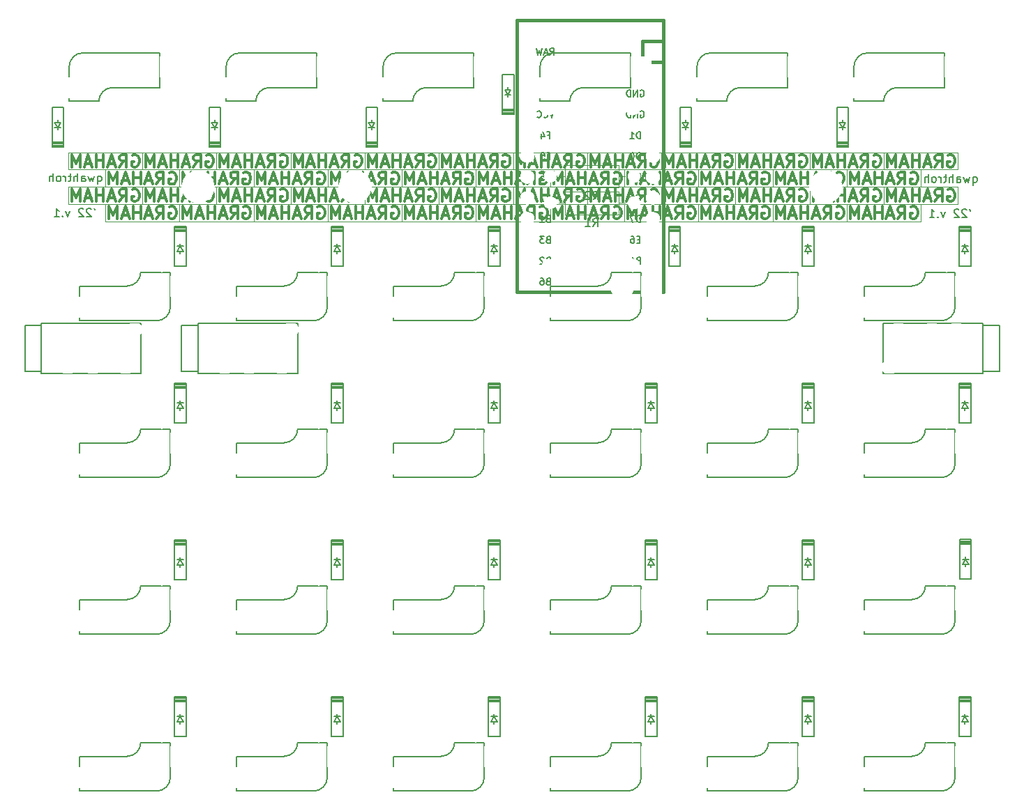
<source format=gbo>
%TF.GenerationSoftware,KiCad,Pcbnew,(5.1.10)-1*%
%TF.CreationDate,2022-04-05T14:22:13-05:00*%
%TF.ProjectId,graham cracker,67726168-616d-4206-9372-61636b65722e,rev?*%
%TF.SameCoordinates,Original*%
%TF.FileFunction,Legend,Bot*%
%TF.FilePolarity,Positive*%
%FSLAX46Y46*%
G04 Gerber Fmt 4.6, Leading zero omitted, Abs format (unit mm)*
G04 Created by KiCad (PCBNEW (5.1.10)-1) date 2022-04-05 14:22:13*
%MOMM*%
%LPD*%
G01*
G04 APERTURE LIST*
%ADD10C,0.150000*%
%ADD11C,0.120000*%
%ADD12C,0.300000*%
%ADD13C,0.200000*%
%ADD14C,0.381000*%
%ADD15R,1.200000X1.200000*%
%ADD16R,2.550000X2.500000*%
%ADD17C,3.980180*%
%ADD18C,2.950000*%
%ADD19C,1.700000*%
%ADD20O,2.000000X1.600000*%
%ADD21C,0.800000*%
%ADD22C,4.000000*%
%ADD23C,1.752600*%
%ADD24O,1.600000X1.600000*%
%ADD25C,1.600000*%
G04 APERTURE END LIST*
D10*
X73555952Y-64202380D02*
X73651190Y-64392857D01*
X73175000Y-64297619D02*
X73127380Y-64250000D01*
X73032142Y-64202380D01*
X72794047Y-64202380D01*
X72698809Y-64250000D01*
X72651190Y-64297619D01*
X72603571Y-64392857D01*
X72603571Y-64488095D01*
X72651190Y-64630952D01*
X73222619Y-65202380D01*
X72603571Y-65202380D01*
X72222619Y-64297619D02*
X72175000Y-64250000D01*
X72079761Y-64202380D01*
X71841666Y-64202380D01*
X71746428Y-64250000D01*
X71698809Y-64297619D01*
X71651190Y-64392857D01*
X71651190Y-64488095D01*
X71698809Y-64630952D01*
X72270238Y-65202380D01*
X71651190Y-65202380D01*
X70555952Y-64535714D02*
X70317857Y-65202380D01*
X70079761Y-64535714D01*
X69698809Y-65107142D02*
X69651190Y-65154761D01*
X69698809Y-65202380D01*
X69746428Y-65154761D01*
X69698809Y-65107142D01*
X69698809Y-65202380D01*
X68698809Y-65202380D02*
X69270238Y-65202380D01*
X68984523Y-65202380D02*
X68984523Y-64202380D01*
X69079761Y-64345238D01*
X69175000Y-64440476D01*
X69270238Y-64488095D01*
X73964285Y-60260714D02*
X73964285Y-61260714D01*
X73964285Y-60879761D02*
X74059523Y-60927380D01*
X74250000Y-60927380D01*
X74345238Y-60879761D01*
X74392857Y-60832142D01*
X74440476Y-60736904D01*
X74440476Y-60451190D01*
X74392857Y-60355952D01*
X74345238Y-60308333D01*
X74250000Y-60260714D01*
X74059523Y-60260714D01*
X73964285Y-60308333D01*
X73583333Y-60260714D02*
X73392857Y-60927380D01*
X73202380Y-60451190D01*
X73011904Y-60927380D01*
X72821428Y-60260714D01*
X72011904Y-60927380D02*
X72011904Y-60403571D01*
X72059523Y-60308333D01*
X72154761Y-60260714D01*
X72345238Y-60260714D01*
X72440476Y-60308333D01*
X72011904Y-60879761D02*
X72107142Y-60927380D01*
X72345238Y-60927380D01*
X72440476Y-60879761D01*
X72488095Y-60784523D01*
X72488095Y-60689285D01*
X72440476Y-60594047D01*
X72345238Y-60546428D01*
X72107142Y-60546428D01*
X72011904Y-60498809D01*
X71535714Y-60927380D02*
X71535714Y-59927380D01*
X71107142Y-60927380D02*
X71107142Y-60403571D01*
X71154761Y-60308333D01*
X71250000Y-60260714D01*
X71392857Y-60260714D01*
X71488095Y-60308333D01*
X71535714Y-60355952D01*
X70773809Y-60260714D02*
X70392857Y-60260714D01*
X70630952Y-59927380D02*
X70630952Y-60784523D01*
X70583333Y-60879761D01*
X70488095Y-60927380D01*
X70392857Y-60927380D01*
X70059523Y-60927380D02*
X70059523Y-60260714D01*
X70059523Y-60451190D02*
X70011904Y-60355952D01*
X69964285Y-60308333D01*
X69869047Y-60260714D01*
X69773809Y-60260714D01*
X69297619Y-60927380D02*
X69392857Y-60879761D01*
X69440476Y-60832142D01*
X69488095Y-60736904D01*
X69488095Y-60451190D01*
X69440476Y-60355952D01*
X69392857Y-60308333D01*
X69297619Y-60260714D01*
X69154761Y-60260714D01*
X69059523Y-60308333D01*
X69011904Y-60355952D01*
X68964285Y-60451190D01*
X68964285Y-60736904D01*
X69011904Y-60832142D01*
X69059523Y-60879761D01*
X69154761Y-60927380D01*
X69297619Y-60927380D01*
X68535714Y-60927380D02*
X68535714Y-59927380D01*
X68107142Y-60927380D02*
X68107142Y-60403571D01*
X68154761Y-60308333D01*
X68250000Y-60260714D01*
X68392857Y-60260714D01*
X68488095Y-60308333D01*
X68535714Y-60355952D01*
X179805952Y-64302380D02*
X179901190Y-64492857D01*
X179425000Y-64397619D02*
X179377380Y-64350000D01*
X179282142Y-64302380D01*
X179044047Y-64302380D01*
X178948809Y-64350000D01*
X178901190Y-64397619D01*
X178853571Y-64492857D01*
X178853571Y-64588095D01*
X178901190Y-64730952D01*
X179472619Y-65302380D01*
X178853571Y-65302380D01*
X178472619Y-64397619D02*
X178425000Y-64350000D01*
X178329761Y-64302380D01*
X178091666Y-64302380D01*
X177996428Y-64350000D01*
X177948809Y-64397619D01*
X177901190Y-64492857D01*
X177901190Y-64588095D01*
X177948809Y-64730952D01*
X178520238Y-65302380D01*
X177901190Y-65302380D01*
X176805952Y-64635714D02*
X176567857Y-65302380D01*
X176329761Y-64635714D01*
X175948809Y-65207142D02*
X175901190Y-65254761D01*
X175948809Y-65302380D01*
X175996428Y-65254761D01*
X175948809Y-65207142D01*
X175948809Y-65302380D01*
X174948809Y-65302380D02*
X175520238Y-65302380D01*
X175234523Y-65302380D02*
X175234523Y-64302380D01*
X175329761Y-64445238D01*
X175425000Y-64540476D01*
X175520238Y-64588095D01*
X180214285Y-60360714D02*
X180214285Y-61360714D01*
X180214285Y-60979761D02*
X180309523Y-61027380D01*
X180500000Y-61027380D01*
X180595238Y-60979761D01*
X180642857Y-60932142D01*
X180690476Y-60836904D01*
X180690476Y-60551190D01*
X180642857Y-60455952D01*
X180595238Y-60408333D01*
X180500000Y-60360714D01*
X180309523Y-60360714D01*
X180214285Y-60408333D01*
X179833333Y-60360714D02*
X179642857Y-61027380D01*
X179452380Y-60551190D01*
X179261904Y-61027380D01*
X179071428Y-60360714D01*
X178261904Y-61027380D02*
X178261904Y-60503571D01*
X178309523Y-60408333D01*
X178404761Y-60360714D01*
X178595238Y-60360714D01*
X178690476Y-60408333D01*
X178261904Y-60979761D02*
X178357142Y-61027380D01*
X178595238Y-61027380D01*
X178690476Y-60979761D01*
X178738095Y-60884523D01*
X178738095Y-60789285D01*
X178690476Y-60694047D01*
X178595238Y-60646428D01*
X178357142Y-60646428D01*
X178261904Y-60598809D01*
X177785714Y-61027380D02*
X177785714Y-60027380D01*
X177357142Y-61027380D02*
X177357142Y-60503571D01*
X177404761Y-60408333D01*
X177500000Y-60360714D01*
X177642857Y-60360714D01*
X177738095Y-60408333D01*
X177785714Y-60455952D01*
X177023809Y-60360714D02*
X176642857Y-60360714D01*
X176880952Y-60027380D02*
X176880952Y-60884523D01*
X176833333Y-60979761D01*
X176738095Y-61027380D01*
X176642857Y-61027380D01*
X176309523Y-61027380D02*
X176309523Y-60360714D01*
X176309523Y-60551190D02*
X176261904Y-60455952D01*
X176214285Y-60408333D01*
X176119047Y-60360714D01*
X176023809Y-60360714D01*
X175547619Y-61027380D02*
X175642857Y-60979761D01*
X175690476Y-60932142D01*
X175738095Y-60836904D01*
X175738095Y-60551190D01*
X175690476Y-60455952D01*
X175642857Y-60408333D01*
X175547619Y-60360714D01*
X175404761Y-60360714D01*
X175309523Y-60408333D01*
X175261904Y-60455952D01*
X175214285Y-60551190D01*
X175214285Y-60836904D01*
X175261904Y-60932142D01*
X175309523Y-60979761D01*
X175404761Y-61027380D01*
X175547619Y-61027380D01*
X174785714Y-61027380D02*
X174785714Y-60027380D01*
X174357142Y-61027380D02*
X174357142Y-60503571D01*
X174404761Y-60408333D01*
X174500000Y-60360714D01*
X174642857Y-60360714D01*
X174738095Y-60408333D01*
X174785714Y-60455952D01*
D11*
X79393750Y-61581250D02*
X88393750Y-61581250D01*
X88393750Y-61581250D02*
X88393750Y-63681250D01*
D12*
X78179464Y-61931250D02*
X78322321Y-61859821D01*
X78536607Y-61859821D01*
X78750892Y-61931250D01*
X78893750Y-62074107D01*
X78965178Y-62216964D01*
X79036607Y-62502678D01*
X79036607Y-62716964D01*
X78965178Y-63002678D01*
X78893750Y-63145535D01*
X78750892Y-63288392D01*
X78536607Y-63359821D01*
X78393750Y-63359821D01*
X78179464Y-63288392D01*
X78108035Y-63216964D01*
X78108035Y-62716964D01*
X78393750Y-62716964D01*
X76608035Y-63359821D02*
X77108035Y-62645535D01*
X77465178Y-63359821D02*
X77465178Y-61859821D01*
X76893750Y-61859821D01*
X76750892Y-61931250D01*
X76679464Y-62002678D01*
X76608035Y-62145535D01*
X76608035Y-62359821D01*
X76679464Y-62502678D01*
X76750892Y-62574107D01*
X76893750Y-62645535D01*
X77465178Y-62645535D01*
X76036607Y-62931250D02*
X75322321Y-62931250D01*
X76179464Y-63359821D02*
X75679464Y-61859821D01*
X75179464Y-63359821D01*
X74679464Y-63359821D02*
X74679464Y-61859821D01*
X74679464Y-62574107D02*
X73822321Y-62574107D01*
X73822321Y-63359821D02*
X73822321Y-61859821D01*
X73179464Y-62931250D02*
X72465178Y-62931250D01*
X73322321Y-63359821D02*
X72822321Y-61859821D01*
X72322321Y-63359821D01*
X71822321Y-63359821D02*
X71822321Y-61859821D01*
X71322321Y-62931250D01*
X70822321Y-61859821D01*
X70822321Y-63359821D01*
X82679464Y-64031250D02*
X82822321Y-63959821D01*
X83036607Y-63959821D01*
X83250892Y-64031250D01*
X83393750Y-64174107D01*
X83465178Y-64316964D01*
X83536607Y-64602678D01*
X83536607Y-64816964D01*
X83465178Y-65102678D01*
X83393750Y-65245535D01*
X83250892Y-65388392D01*
X83036607Y-65459821D01*
X82893750Y-65459821D01*
X82679464Y-65388392D01*
X82608035Y-65316964D01*
X82608035Y-64816964D01*
X82893750Y-64816964D01*
X81108035Y-65459821D02*
X81608035Y-64745535D01*
X81965178Y-65459821D02*
X81965178Y-63959821D01*
X81393750Y-63959821D01*
X81250892Y-64031250D01*
X81179464Y-64102678D01*
X81108035Y-64245535D01*
X81108035Y-64459821D01*
X81179464Y-64602678D01*
X81250892Y-64674107D01*
X81393750Y-64745535D01*
X81965178Y-64745535D01*
X80536607Y-65031250D02*
X79822321Y-65031250D01*
X80679464Y-65459821D02*
X80179464Y-63959821D01*
X79679464Y-65459821D01*
X79179464Y-65459821D02*
X79179464Y-63959821D01*
X79179464Y-64674107D02*
X78322321Y-64674107D01*
X78322321Y-65459821D02*
X78322321Y-63959821D01*
X77679464Y-65031250D02*
X76965178Y-65031250D01*
X77822321Y-65459821D02*
X77322321Y-63959821D01*
X76822321Y-65459821D01*
X76322321Y-65459821D02*
X76322321Y-63959821D01*
X75822321Y-65031250D01*
X75322321Y-63959821D01*
X75322321Y-65459821D01*
D11*
X70393750Y-61581250D02*
X70393750Y-63681250D01*
X79393750Y-57381250D02*
X79393750Y-59481250D01*
X79393750Y-63681250D02*
X70393750Y-63681250D01*
X83893750Y-61581250D02*
X74893750Y-61581250D01*
X83893750Y-59481250D02*
X83893750Y-61581250D01*
X74893750Y-61581250D02*
X74893750Y-59481250D01*
X70393750Y-63681250D02*
X70393750Y-61581250D01*
X70393750Y-57381250D02*
X70393750Y-59481250D01*
X83893750Y-65781250D02*
X74893750Y-65781250D01*
X74893750Y-63681250D02*
X83893750Y-63681250D01*
X79393750Y-63681250D02*
X79393750Y-61581250D01*
X70393750Y-59481250D02*
X70393750Y-57381250D01*
X83893750Y-65781250D02*
X83893750Y-63681250D01*
X74893750Y-65781250D02*
X74893750Y-63681250D01*
X74893750Y-59481250D02*
X74893750Y-61581250D01*
X74893750Y-65781250D02*
X79393750Y-65781250D01*
X70393750Y-57381250D02*
X79393750Y-57381250D01*
X79393750Y-59481250D02*
X70393750Y-59481250D01*
X92893750Y-65781250D02*
X83893750Y-65781250D01*
X70393750Y-63681250D02*
X74893750Y-63681250D01*
X74893750Y-61581250D02*
X79393750Y-61581250D01*
X83893750Y-63681250D02*
X83893750Y-65781250D01*
X79393750Y-63681250D02*
X83893750Y-63681250D01*
X74893750Y-59481250D02*
X83893750Y-59481250D01*
X88393750Y-63681250D02*
X79393750Y-63681250D01*
X70393750Y-59481250D02*
X74893750Y-59481250D01*
X70393750Y-61581250D02*
X79393750Y-61581250D01*
X79393750Y-61581250D02*
X79393750Y-63681250D01*
X74893750Y-63681250D02*
X74893750Y-65781250D01*
X92893750Y-63681250D02*
X92893750Y-65781250D01*
X83893750Y-63681250D02*
X92893750Y-63681250D01*
X83893750Y-65781250D02*
X88393750Y-65781250D01*
D12*
X82679464Y-59831250D02*
X82822321Y-59759821D01*
X83036607Y-59759821D01*
X83250892Y-59831250D01*
X83393750Y-59974107D01*
X83465178Y-60116964D01*
X83536607Y-60402678D01*
X83536607Y-60616964D01*
X83465178Y-60902678D01*
X83393750Y-61045535D01*
X83250892Y-61188392D01*
X83036607Y-61259821D01*
X82893750Y-61259821D01*
X82679464Y-61188392D01*
X82608035Y-61116964D01*
X82608035Y-60616964D01*
X82893750Y-60616964D01*
X81108035Y-61259821D02*
X81608035Y-60545535D01*
X81965178Y-61259821D02*
X81965178Y-59759821D01*
X81393750Y-59759821D01*
X81250892Y-59831250D01*
X81179464Y-59902678D01*
X81108035Y-60045535D01*
X81108035Y-60259821D01*
X81179464Y-60402678D01*
X81250892Y-60474107D01*
X81393750Y-60545535D01*
X81965178Y-60545535D01*
X80536607Y-60831250D02*
X79822321Y-60831250D01*
X80679464Y-61259821D02*
X80179464Y-59759821D01*
X79679464Y-61259821D01*
X79179464Y-61259821D02*
X79179464Y-59759821D01*
X79179464Y-60474107D02*
X78322321Y-60474107D01*
X78322321Y-61259821D02*
X78322321Y-59759821D01*
X77679464Y-60831250D02*
X76965178Y-60831250D01*
X77822321Y-61259821D02*
X77322321Y-59759821D01*
X76822321Y-61259821D01*
X76322321Y-61259821D02*
X76322321Y-59759821D01*
X75822321Y-60831250D01*
X75322321Y-59759821D01*
X75322321Y-61259821D01*
X87179464Y-61931250D02*
X87322321Y-61859821D01*
X87536607Y-61859821D01*
X87750892Y-61931250D01*
X87893750Y-62074107D01*
X87965178Y-62216964D01*
X88036607Y-62502678D01*
X88036607Y-62716964D01*
X87965178Y-63002678D01*
X87893750Y-63145535D01*
X87750892Y-63288392D01*
X87536607Y-63359821D01*
X87393750Y-63359821D01*
X87179464Y-63288392D01*
X87108035Y-63216964D01*
X87108035Y-62716964D01*
X87393750Y-62716964D01*
X85608035Y-63359821D02*
X86108035Y-62645535D01*
X86465178Y-63359821D02*
X86465178Y-61859821D01*
X85893750Y-61859821D01*
X85750892Y-61931250D01*
X85679464Y-62002678D01*
X85608035Y-62145535D01*
X85608035Y-62359821D01*
X85679464Y-62502678D01*
X85750892Y-62574107D01*
X85893750Y-62645535D01*
X86465178Y-62645535D01*
X85036607Y-62931250D02*
X84322321Y-62931250D01*
X85179464Y-63359821D02*
X84679464Y-61859821D01*
X84179464Y-63359821D01*
X83679464Y-63359821D02*
X83679464Y-61859821D01*
X83679464Y-62574107D02*
X82822321Y-62574107D01*
X82822321Y-63359821D02*
X82822321Y-61859821D01*
X82179464Y-62931250D02*
X81465178Y-62931250D01*
X82322321Y-63359821D02*
X81822321Y-61859821D01*
X81322321Y-63359821D01*
X80822321Y-63359821D02*
X80822321Y-61859821D01*
X80322321Y-62931250D01*
X79822321Y-61859821D01*
X79822321Y-63359821D01*
X91679464Y-64031250D02*
X91822321Y-63959821D01*
X92036607Y-63959821D01*
X92250892Y-64031250D01*
X92393750Y-64174107D01*
X92465178Y-64316964D01*
X92536607Y-64602678D01*
X92536607Y-64816964D01*
X92465178Y-65102678D01*
X92393750Y-65245535D01*
X92250892Y-65388392D01*
X92036607Y-65459821D01*
X91893750Y-65459821D01*
X91679464Y-65388392D01*
X91608035Y-65316964D01*
X91608035Y-64816964D01*
X91893750Y-64816964D01*
X90108035Y-65459821D02*
X90608035Y-64745535D01*
X90965178Y-65459821D02*
X90965178Y-63959821D01*
X90393750Y-63959821D01*
X90250892Y-64031250D01*
X90179464Y-64102678D01*
X90108035Y-64245535D01*
X90108035Y-64459821D01*
X90179464Y-64602678D01*
X90250892Y-64674107D01*
X90393750Y-64745535D01*
X90965178Y-64745535D01*
X89536607Y-65031250D02*
X88822321Y-65031250D01*
X89679464Y-65459821D02*
X89179464Y-63959821D01*
X88679464Y-65459821D01*
X88179464Y-65459821D02*
X88179464Y-63959821D01*
X88179464Y-64674107D02*
X87322321Y-64674107D01*
X87322321Y-65459821D02*
X87322321Y-63959821D01*
X86679464Y-65031250D02*
X85965178Y-65031250D01*
X86822321Y-65459821D02*
X86322321Y-63959821D01*
X85822321Y-65459821D01*
X85322321Y-65459821D02*
X85322321Y-63959821D01*
X84822321Y-65031250D01*
X84322321Y-63959821D01*
X84322321Y-65459821D01*
X78179464Y-57731250D02*
X78322321Y-57659821D01*
X78536607Y-57659821D01*
X78750892Y-57731250D01*
X78893750Y-57874107D01*
X78965178Y-58016964D01*
X79036607Y-58302678D01*
X79036607Y-58516964D01*
X78965178Y-58802678D01*
X78893750Y-58945535D01*
X78750892Y-59088392D01*
X78536607Y-59159821D01*
X78393750Y-59159821D01*
X78179464Y-59088392D01*
X78108035Y-59016964D01*
X78108035Y-58516964D01*
X78393750Y-58516964D01*
X76608035Y-59159821D02*
X77108035Y-58445535D01*
X77465178Y-59159821D02*
X77465178Y-57659821D01*
X76893750Y-57659821D01*
X76750892Y-57731250D01*
X76679464Y-57802678D01*
X76608035Y-57945535D01*
X76608035Y-58159821D01*
X76679464Y-58302678D01*
X76750892Y-58374107D01*
X76893750Y-58445535D01*
X77465178Y-58445535D01*
X76036607Y-58731250D02*
X75322321Y-58731250D01*
X76179464Y-59159821D02*
X75679464Y-57659821D01*
X75179464Y-59159821D01*
X74679464Y-59159821D02*
X74679464Y-57659821D01*
X74679464Y-58374107D02*
X73822321Y-58374107D01*
X73822321Y-59159821D02*
X73822321Y-57659821D01*
X73179464Y-58731250D02*
X72465178Y-58731250D01*
X73322321Y-59159821D02*
X72822321Y-57659821D01*
X72322321Y-59159821D01*
X71822321Y-59159821D02*
X71822321Y-57659821D01*
X71322321Y-58731250D01*
X70822321Y-57659821D01*
X70822321Y-59159821D01*
D11*
X106393750Y-61581250D02*
X115393750Y-61581250D01*
X115393750Y-61581250D02*
X115393750Y-63681250D01*
D12*
X100679464Y-64031250D02*
X100822321Y-63959821D01*
X101036607Y-63959821D01*
X101250892Y-64031250D01*
X101393750Y-64174107D01*
X101465178Y-64316964D01*
X101536607Y-64602678D01*
X101536607Y-64816964D01*
X101465178Y-65102678D01*
X101393750Y-65245535D01*
X101250892Y-65388392D01*
X101036607Y-65459821D01*
X100893750Y-65459821D01*
X100679464Y-65388392D01*
X100608035Y-65316964D01*
X100608035Y-64816964D01*
X100893750Y-64816964D01*
X99108035Y-65459821D02*
X99608035Y-64745535D01*
X99965178Y-65459821D02*
X99965178Y-63959821D01*
X99393750Y-63959821D01*
X99250892Y-64031250D01*
X99179464Y-64102678D01*
X99108035Y-64245535D01*
X99108035Y-64459821D01*
X99179464Y-64602678D01*
X99250892Y-64674107D01*
X99393750Y-64745535D01*
X99965178Y-64745535D01*
X98536607Y-65031250D02*
X97822321Y-65031250D01*
X98679464Y-65459821D02*
X98179464Y-63959821D01*
X97679464Y-65459821D01*
X97179464Y-65459821D02*
X97179464Y-63959821D01*
X97179464Y-64674107D02*
X96322321Y-64674107D01*
X96322321Y-65459821D02*
X96322321Y-63959821D01*
X95679464Y-65031250D02*
X94965178Y-65031250D01*
X95822321Y-65459821D02*
X95322321Y-63959821D01*
X94822321Y-65459821D01*
X94322321Y-65459821D02*
X94322321Y-63959821D01*
X93822321Y-65031250D01*
X93322321Y-63959821D01*
X93322321Y-65459821D01*
X96179464Y-61931250D02*
X96322321Y-61859821D01*
X96536607Y-61859821D01*
X96750892Y-61931250D01*
X96893750Y-62074107D01*
X96965178Y-62216964D01*
X97036607Y-62502678D01*
X97036607Y-62716964D01*
X96965178Y-63002678D01*
X96893750Y-63145535D01*
X96750892Y-63288392D01*
X96536607Y-63359821D01*
X96393750Y-63359821D01*
X96179464Y-63288392D01*
X96108035Y-63216964D01*
X96108035Y-62716964D01*
X96393750Y-62716964D01*
X94608035Y-63359821D02*
X95108035Y-62645535D01*
X95465178Y-63359821D02*
X95465178Y-61859821D01*
X94893750Y-61859821D01*
X94750892Y-61931250D01*
X94679464Y-62002678D01*
X94608035Y-62145535D01*
X94608035Y-62359821D01*
X94679464Y-62502678D01*
X94750892Y-62574107D01*
X94893750Y-62645535D01*
X95465178Y-62645535D01*
X94036607Y-62931250D02*
X93322321Y-62931250D01*
X94179464Y-63359821D02*
X93679464Y-61859821D01*
X93179464Y-63359821D01*
X92679464Y-63359821D02*
X92679464Y-61859821D01*
X92679464Y-62574107D02*
X91822321Y-62574107D01*
X91822321Y-63359821D02*
X91822321Y-61859821D01*
X91179464Y-62931250D02*
X90465178Y-62931250D01*
X91322321Y-63359821D02*
X90822321Y-61859821D01*
X90322321Y-63359821D01*
X89822321Y-63359821D02*
X89822321Y-61859821D01*
X89322321Y-62931250D01*
X88822321Y-61859821D01*
X88822321Y-63359821D01*
X87179464Y-57731250D02*
X87322321Y-57659821D01*
X87536607Y-57659821D01*
X87750892Y-57731250D01*
X87893750Y-57874107D01*
X87965178Y-58016964D01*
X88036607Y-58302678D01*
X88036607Y-58516964D01*
X87965178Y-58802678D01*
X87893750Y-58945535D01*
X87750892Y-59088392D01*
X87536607Y-59159821D01*
X87393750Y-59159821D01*
X87179464Y-59088392D01*
X87108035Y-59016964D01*
X87108035Y-58516964D01*
X87393750Y-58516964D01*
X85608035Y-59159821D02*
X86108035Y-58445535D01*
X86465178Y-59159821D02*
X86465178Y-57659821D01*
X85893750Y-57659821D01*
X85750892Y-57731250D01*
X85679464Y-57802678D01*
X85608035Y-57945535D01*
X85608035Y-58159821D01*
X85679464Y-58302678D01*
X85750892Y-58374107D01*
X85893750Y-58445535D01*
X86465178Y-58445535D01*
X85036607Y-58731250D02*
X84322321Y-58731250D01*
X85179464Y-59159821D02*
X84679464Y-57659821D01*
X84179464Y-59159821D01*
X83679464Y-59159821D02*
X83679464Y-57659821D01*
X83679464Y-58374107D02*
X82822321Y-58374107D01*
X82822321Y-59159821D02*
X82822321Y-57659821D01*
X82179464Y-58731250D02*
X81465178Y-58731250D01*
X82322321Y-59159821D02*
X81822321Y-57659821D01*
X81322321Y-59159821D01*
X80822321Y-59159821D02*
X80822321Y-57659821D01*
X80322321Y-58731250D01*
X79822321Y-57659821D01*
X79822321Y-59159821D01*
X105179464Y-61931250D02*
X105322321Y-61859821D01*
X105536607Y-61859821D01*
X105750892Y-61931250D01*
X105893750Y-62074107D01*
X105965178Y-62216964D01*
X106036607Y-62502678D01*
X106036607Y-62716964D01*
X105965178Y-63002678D01*
X105893750Y-63145535D01*
X105750892Y-63288392D01*
X105536607Y-63359821D01*
X105393750Y-63359821D01*
X105179464Y-63288392D01*
X105108035Y-63216964D01*
X105108035Y-62716964D01*
X105393750Y-62716964D01*
X103608035Y-63359821D02*
X104108035Y-62645535D01*
X104465178Y-63359821D02*
X104465178Y-61859821D01*
X103893750Y-61859821D01*
X103750892Y-61931250D01*
X103679464Y-62002678D01*
X103608035Y-62145535D01*
X103608035Y-62359821D01*
X103679464Y-62502678D01*
X103750892Y-62574107D01*
X103893750Y-62645535D01*
X104465178Y-62645535D01*
X103036607Y-62931250D02*
X102322321Y-62931250D01*
X103179464Y-63359821D02*
X102679464Y-61859821D01*
X102179464Y-63359821D01*
X101679464Y-63359821D02*
X101679464Y-61859821D01*
X101679464Y-62574107D02*
X100822321Y-62574107D01*
X100822321Y-63359821D02*
X100822321Y-61859821D01*
X100179464Y-62931250D02*
X99465178Y-62931250D01*
X100322321Y-63359821D02*
X99822321Y-61859821D01*
X99322321Y-63359821D01*
X98822321Y-63359821D02*
X98822321Y-61859821D01*
X98322321Y-62931250D01*
X97822321Y-61859821D01*
X97822321Y-63359821D01*
X96179464Y-57731250D02*
X96322321Y-57659821D01*
X96536607Y-57659821D01*
X96750892Y-57731250D01*
X96893750Y-57874107D01*
X96965178Y-58016964D01*
X97036607Y-58302678D01*
X97036607Y-58516964D01*
X96965178Y-58802678D01*
X96893750Y-58945535D01*
X96750892Y-59088392D01*
X96536607Y-59159821D01*
X96393750Y-59159821D01*
X96179464Y-59088392D01*
X96108035Y-59016964D01*
X96108035Y-58516964D01*
X96393750Y-58516964D01*
X94608035Y-59159821D02*
X95108035Y-58445535D01*
X95465178Y-59159821D02*
X95465178Y-57659821D01*
X94893750Y-57659821D01*
X94750892Y-57731250D01*
X94679464Y-57802678D01*
X94608035Y-57945535D01*
X94608035Y-58159821D01*
X94679464Y-58302678D01*
X94750892Y-58374107D01*
X94893750Y-58445535D01*
X95465178Y-58445535D01*
X94036607Y-58731250D02*
X93322321Y-58731250D01*
X94179464Y-59159821D02*
X93679464Y-57659821D01*
X93179464Y-59159821D01*
X92679464Y-59159821D02*
X92679464Y-57659821D01*
X92679464Y-58374107D02*
X91822321Y-58374107D01*
X91822321Y-59159821D02*
X91822321Y-57659821D01*
X91179464Y-58731250D02*
X90465178Y-58731250D01*
X91322321Y-59159821D02*
X90822321Y-57659821D01*
X90322321Y-59159821D01*
X89822321Y-59159821D02*
X89822321Y-57659821D01*
X89322321Y-58731250D01*
X88822321Y-57659821D01*
X88822321Y-59159821D01*
X100679464Y-59831250D02*
X100822321Y-59759821D01*
X101036607Y-59759821D01*
X101250892Y-59831250D01*
X101393750Y-59974107D01*
X101465178Y-60116964D01*
X101536607Y-60402678D01*
X101536607Y-60616964D01*
X101465178Y-60902678D01*
X101393750Y-61045535D01*
X101250892Y-61188392D01*
X101036607Y-61259821D01*
X100893750Y-61259821D01*
X100679464Y-61188392D01*
X100608035Y-61116964D01*
X100608035Y-60616964D01*
X100893750Y-60616964D01*
X99108035Y-61259821D02*
X99608035Y-60545535D01*
X99965178Y-61259821D02*
X99965178Y-59759821D01*
X99393750Y-59759821D01*
X99250892Y-59831250D01*
X99179464Y-59902678D01*
X99108035Y-60045535D01*
X99108035Y-60259821D01*
X99179464Y-60402678D01*
X99250892Y-60474107D01*
X99393750Y-60545535D01*
X99965178Y-60545535D01*
X98536607Y-60831250D02*
X97822321Y-60831250D01*
X98679464Y-61259821D02*
X98179464Y-59759821D01*
X97679464Y-61259821D01*
X97179464Y-61259821D02*
X97179464Y-59759821D01*
X97179464Y-60474107D02*
X96322321Y-60474107D01*
X96322321Y-61259821D02*
X96322321Y-59759821D01*
X95679464Y-60831250D02*
X94965178Y-60831250D01*
X95822321Y-61259821D02*
X95322321Y-59759821D01*
X94822321Y-61259821D01*
X94322321Y-61259821D02*
X94322321Y-59759821D01*
X93822321Y-60831250D01*
X93322321Y-59759821D01*
X93322321Y-61259821D01*
X91679464Y-59831250D02*
X91822321Y-59759821D01*
X92036607Y-59759821D01*
X92250892Y-59831250D01*
X92393750Y-59974107D01*
X92465178Y-60116964D01*
X92536607Y-60402678D01*
X92536607Y-60616964D01*
X92465178Y-60902678D01*
X92393750Y-61045535D01*
X92250892Y-61188392D01*
X92036607Y-61259821D01*
X91893750Y-61259821D01*
X91679464Y-61188392D01*
X91608035Y-61116964D01*
X91608035Y-60616964D01*
X91893750Y-60616964D01*
X90108035Y-61259821D02*
X90608035Y-60545535D01*
X90965178Y-61259821D02*
X90965178Y-59759821D01*
X90393750Y-59759821D01*
X90250892Y-59831250D01*
X90179464Y-59902678D01*
X90108035Y-60045535D01*
X90108035Y-60259821D01*
X90179464Y-60402678D01*
X90250892Y-60474107D01*
X90393750Y-60545535D01*
X90965178Y-60545535D01*
X89536607Y-60831250D02*
X88822321Y-60831250D01*
X89679464Y-61259821D02*
X89179464Y-59759821D01*
X88679464Y-61259821D01*
X88179464Y-61259821D02*
X88179464Y-59759821D01*
X88179464Y-60474107D02*
X87322321Y-60474107D01*
X87322321Y-61259821D02*
X87322321Y-59759821D01*
X86679464Y-60831250D02*
X85965178Y-60831250D01*
X86822321Y-61259821D02*
X86322321Y-59759821D01*
X85822321Y-61259821D01*
X85322321Y-61259821D02*
X85322321Y-59759821D01*
X84822321Y-60831250D01*
X84322321Y-59759821D01*
X84322321Y-61259821D01*
X109679464Y-64031250D02*
X109822321Y-63959821D01*
X110036607Y-63959821D01*
X110250892Y-64031250D01*
X110393750Y-64174107D01*
X110465178Y-64316964D01*
X110536607Y-64602678D01*
X110536607Y-64816964D01*
X110465178Y-65102678D01*
X110393750Y-65245535D01*
X110250892Y-65388392D01*
X110036607Y-65459821D01*
X109893750Y-65459821D01*
X109679464Y-65388392D01*
X109608035Y-65316964D01*
X109608035Y-64816964D01*
X109893750Y-64816964D01*
X108108035Y-65459821D02*
X108608035Y-64745535D01*
X108965178Y-65459821D02*
X108965178Y-63959821D01*
X108393750Y-63959821D01*
X108250892Y-64031250D01*
X108179464Y-64102678D01*
X108108035Y-64245535D01*
X108108035Y-64459821D01*
X108179464Y-64602678D01*
X108250892Y-64674107D01*
X108393750Y-64745535D01*
X108965178Y-64745535D01*
X107536607Y-65031250D02*
X106822321Y-65031250D01*
X107679464Y-65459821D02*
X107179464Y-63959821D01*
X106679464Y-65459821D01*
X106179464Y-65459821D02*
X106179464Y-63959821D01*
X106179464Y-64674107D02*
X105322321Y-64674107D01*
X105322321Y-65459821D02*
X105322321Y-63959821D01*
X104679464Y-65031250D02*
X103965178Y-65031250D01*
X104822321Y-65459821D02*
X104322321Y-63959821D01*
X103822321Y-65459821D01*
X103322321Y-65459821D02*
X103322321Y-63959821D01*
X102822321Y-65031250D01*
X102322321Y-63959821D01*
X102322321Y-65459821D01*
D11*
X88393750Y-61581250D02*
X97393750Y-61581250D01*
X97393750Y-61581250D02*
X97393750Y-63681250D01*
X88393750Y-63681250D02*
X88393750Y-61581250D01*
X83893750Y-61581250D02*
X88393750Y-61581250D01*
X88393750Y-63681250D02*
X92893750Y-63681250D01*
X83893750Y-59481250D02*
X92893750Y-59481250D01*
X88393750Y-57381250D02*
X88393750Y-59481250D01*
X79393750Y-57381250D02*
X88393750Y-57381250D01*
X92893750Y-61581250D02*
X83893750Y-61581250D01*
X97393750Y-63681250D02*
X88393750Y-63681250D01*
X92893750Y-59481250D02*
X92893750Y-61581250D01*
X83893750Y-61581250D02*
X83893750Y-59481250D01*
X79393750Y-59481250D02*
X79393750Y-57381250D01*
X88393750Y-59481250D02*
X79393750Y-59481250D01*
X106393750Y-57381250D02*
X106393750Y-59481250D01*
X106393750Y-63681250D02*
X97393750Y-63681250D01*
X110893750Y-61581250D02*
X101893750Y-61581250D01*
X79393750Y-59481250D02*
X83893750Y-59481250D01*
X110893750Y-59481250D02*
X110893750Y-61581250D01*
X92893750Y-61581250D02*
X92893750Y-59481250D01*
X101893750Y-61581250D02*
X101893750Y-59481250D01*
X97393750Y-63681250D02*
X97393750Y-61581250D01*
X92893750Y-61581250D02*
X97393750Y-61581250D01*
X92893750Y-59481250D02*
X101893750Y-59481250D01*
X101893750Y-65781250D02*
X92893750Y-65781250D01*
X97393750Y-57381250D02*
X97393750Y-59481250D01*
X88393750Y-59481250D02*
X88393750Y-57381250D01*
X88393750Y-57381250D02*
X97393750Y-57381250D01*
X110893750Y-65781250D02*
X101893750Y-65781250D01*
X101893750Y-63681250D02*
X110893750Y-63681250D01*
X92893750Y-65781250D02*
X92893750Y-63681250D01*
X106393750Y-63681250D02*
X106393750Y-61581250D01*
X97393750Y-59481250D02*
X97393750Y-57381250D01*
X110893750Y-65781250D02*
X110893750Y-63681250D01*
X101893750Y-65781250D02*
X101893750Y-63681250D01*
X101893750Y-59481250D02*
X101893750Y-61581250D01*
X101893750Y-65781250D02*
X106393750Y-65781250D01*
X97393750Y-57381250D02*
X106393750Y-57381250D01*
X106393750Y-59481250D02*
X97393750Y-59481250D01*
X119893750Y-65781250D02*
X110893750Y-65781250D01*
X97393750Y-63681250D02*
X101893750Y-63681250D01*
X101893750Y-61581250D02*
X92893750Y-61581250D01*
X101893750Y-61581250D02*
X106393750Y-61581250D01*
X110893750Y-63681250D02*
X110893750Y-65781250D01*
X92893750Y-65781250D02*
X97393750Y-65781250D01*
X106393750Y-63681250D02*
X110893750Y-63681250D01*
X101893750Y-59481250D02*
X110893750Y-59481250D01*
X115393750Y-63681250D02*
X106393750Y-63681250D01*
X97393750Y-59481250D02*
X101893750Y-59481250D01*
X97393750Y-59481250D02*
X88393750Y-59481250D01*
X97393750Y-61581250D02*
X106393750Y-61581250D01*
X106393750Y-61581250D02*
X106393750Y-63681250D01*
X88393750Y-59481250D02*
X92893750Y-59481250D01*
X101893750Y-63681250D02*
X101893750Y-65781250D01*
X119893750Y-63681250D02*
X119893750Y-65781250D01*
X92893750Y-63681250D02*
X101893750Y-63681250D01*
X110893750Y-63681250D02*
X119893750Y-63681250D01*
X110893750Y-65781250D02*
X115393750Y-65781250D01*
D12*
X109679464Y-59831250D02*
X109822321Y-59759821D01*
X110036607Y-59759821D01*
X110250892Y-59831250D01*
X110393750Y-59974107D01*
X110465178Y-60116964D01*
X110536607Y-60402678D01*
X110536607Y-60616964D01*
X110465178Y-60902678D01*
X110393750Y-61045535D01*
X110250892Y-61188392D01*
X110036607Y-61259821D01*
X109893750Y-61259821D01*
X109679464Y-61188392D01*
X109608035Y-61116964D01*
X109608035Y-60616964D01*
X109893750Y-60616964D01*
X108108035Y-61259821D02*
X108608035Y-60545535D01*
X108965178Y-61259821D02*
X108965178Y-59759821D01*
X108393750Y-59759821D01*
X108250892Y-59831250D01*
X108179464Y-59902678D01*
X108108035Y-60045535D01*
X108108035Y-60259821D01*
X108179464Y-60402678D01*
X108250892Y-60474107D01*
X108393750Y-60545535D01*
X108965178Y-60545535D01*
X107536607Y-60831250D02*
X106822321Y-60831250D01*
X107679464Y-61259821D02*
X107179464Y-59759821D01*
X106679464Y-61259821D01*
X106179464Y-61259821D02*
X106179464Y-59759821D01*
X106179464Y-60474107D02*
X105322321Y-60474107D01*
X105322321Y-61259821D02*
X105322321Y-59759821D01*
X104679464Y-60831250D02*
X103965178Y-60831250D01*
X104822321Y-61259821D02*
X104322321Y-59759821D01*
X103822321Y-61259821D01*
X103322321Y-61259821D02*
X103322321Y-59759821D01*
X102822321Y-60831250D01*
X102322321Y-59759821D01*
X102322321Y-61259821D01*
X114179464Y-61931250D02*
X114322321Y-61859821D01*
X114536607Y-61859821D01*
X114750892Y-61931250D01*
X114893750Y-62074107D01*
X114965178Y-62216964D01*
X115036607Y-62502678D01*
X115036607Y-62716964D01*
X114965178Y-63002678D01*
X114893750Y-63145535D01*
X114750892Y-63288392D01*
X114536607Y-63359821D01*
X114393750Y-63359821D01*
X114179464Y-63288392D01*
X114108035Y-63216964D01*
X114108035Y-62716964D01*
X114393750Y-62716964D01*
X112608035Y-63359821D02*
X113108035Y-62645535D01*
X113465178Y-63359821D02*
X113465178Y-61859821D01*
X112893750Y-61859821D01*
X112750892Y-61931250D01*
X112679464Y-62002678D01*
X112608035Y-62145535D01*
X112608035Y-62359821D01*
X112679464Y-62502678D01*
X112750892Y-62574107D01*
X112893750Y-62645535D01*
X113465178Y-62645535D01*
X112036607Y-62931250D02*
X111322321Y-62931250D01*
X112179464Y-63359821D02*
X111679464Y-61859821D01*
X111179464Y-63359821D01*
X110679464Y-63359821D02*
X110679464Y-61859821D01*
X110679464Y-62574107D02*
X109822321Y-62574107D01*
X109822321Y-63359821D02*
X109822321Y-61859821D01*
X109179464Y-62931250D02*
X108465178Y-62931250D01*
X109322321Y-63359821D02*
X108822321Y-61859821D01*
X108322321Y-63359821D01*
X107822321Y-63359821D02*
X107822321Y-61859821D01*
X107322321Y-62931250D01*
X106822321Y-61859821D01*
X106822321Y-63359821D01*
X118679464Y-64031250D02*
X118822321Y-63959821D01*
X119036607Y-63959821D01*
X119250892Y-64031250D01*
X119393750Y-64174107D01*
X119465178Y-64316964D01*
X119536607Y-64602678D01*
X119536607Y-64816964D01*
X119465178Y-65102678D01*
X119393750Y-65245535D01*
X119250892Y-65388392D01*
X119036607Y-65459821D01*
X118893750Y-65459821D01*
X118679464Y-65388392D01*
X118608035Y-65316964D01*
X118608035Y-64816964D01*
X118893750Y-64816964D01*
X117108035Y-65459821D02*
X117608035Y-64745535D01*
X117965178Y-65459821D02*
X117965178Y-63959821D01*
X117393750Y-63959821D01*
X117250892Y-64031250D01*
X117179464Y-64102678D01*
X117108035Y-64245535D01*
X117108035Y-64459821D01*
X117179464Y-64602678D01*
X117250892Y-64674107D01*
X117393750Y-64745535D01*
X117965178Y-64745535D01*
X116536607Y-65031250D02*
X115822321Y-65031250D01*
X116679464Y-65459821D02*
X116179464Y-63959821D01*
X115679464Y-65459821D01*
X115179464Y-65459821D02*
X115179464Y-63959821D01*
X115179464Y-64674107D02*
X114322321Y-64674107D01*
X114322321Y-65459821D02*
X114322321Y-63959821D01*
X113679464Y-65031250D02*
X112965178Y-65031250D01*
X113822321Y-65459821D02*
X113322321Y-63959821D01*
X112822321Y-65459821D01*
X112322321Y-65459821D02*
X112322321Y-63959821D01*
X111822321Y-65031250D01*
X111322321Y-63959821D01*
X111322321Y-65459821D01*
X105179464Y-57731250D02*
X105322321Y-57659821D01*
X105536607Y-57659821D01*
X105750892Y-57731250D01*
X105893750Y-57874107D01*
X105965178Y-58016964D01*
X106036607Y-58302678D01*
X106036607Y-58516964D01*
X105965178Y-58802678D01*
X105893750Y-58945535D01*
X105750892Y-59088392D01*
X105536607Y-59159821D01*
X105393750Y-59159821D01*
X105179464Y-59088392D01*
X105108035Y-59016964D01*
X105108035Y-58516964D01*
X105393750Y-58516964D01*
X103608035Y-59159821D02*
X104108035Y-58445535D01*
X104465178Y-59159821D02*
X104465178Y-57659821D01*
X103893750Y-57659821D01*
X103750892Y-57731250D01*
X103679464Y-57802678D01*
X103608035Y-57945535D01*
X103608035Y-58159821D01*
X103679464Y-58302678D01*
X103750892Y-58374107D01*
X103893750Y-58445535D01*
X104465178Y-58445535D01*
X103036607Y-58731250D02*
X102322321Y-58731250D01*
X103179464Y-59159821D02*
X102679464Y-57659821D01*
X102179464Y-59159821D01*
X101679464Y-59159821D02*
X101679464Y-57659821D01*
X101679464Y-58374107D02*
X100822321Y-58374107D01*
X100822321Y-59159821D02*
X100822321Y-57659821D01*
X100179464Y-58731250D02*
X99465178Y-58731250D01*
X100322321Y-59159821D02*
X99822321Y-57659821D01*
X99322321Y-59159821D01*
X98822321Y-59159821D02*
X98822321Y-57659821D01*
X98322321Y-58731250D01*
X97822321Y-57659821D01*
X97822321Y-59159821D01*
D11*
X133393750Y-61581250D02*
X142393750Y-61581250D01*
X142393750Y-61581250D02*
X142393750Y-63681250D01*
D12*
X127679464Y-64031250D02*
X127822321Y-63959821D01*
X128036607Y-63959821D01*
X128250892Y-64031250D01*
X128393750Y-64174107D01*
X128465178Y-64316964D01*
X128536607Y-64602678D01*
X128536607Y-64816964D01*
X128465178Y-65102678D01*
X128393750Y-65245535D01*
X128250892Y-65388392D01*
X128036607Y-65459821D01*
X127893750Y-65459821D01*
X127679464Y-65388392D01*
X127608035Y-65316964D01*
X127608035Y-64816964D01*
X127893750Y-64816964D01*
X126108035Y-65459821D02*
X126608035Y-64745535D01*
X126965178Y-65459821D02*
X126965178Y-63959821D01*
X126393750Y-63959821D01*
X126250892Y-64031250D01*
X126179464Y-64102678D01*
X126108035Y-64245535D01*
X126108035Y-64459821D01*
X126179464Y-64602678D01*
X126250892Y-64674107D01*
X126393750Y-64745535D01*
X126965178Y-64745535D01*
X125536607Y-65031250D02*
X124822321Y-65031250D01*
X125679464Y-65459821D02*
X125179464Y-63959821D01*
X124679464Y-65459821D01*
X124179464Y-65459821D02*
X124179464Y-63959821D01*
X124179464Y-64674107D02*
X123322321Y-64674107D01*
X123322321Y-65459821D02*
X123322321Y-63959821D01*
X122679464Y-65031250D02*
X121965178Y-65031250D01*
X122822321Y-65459821D02*
X122322321Y-63959821D01*
X121822321Y-65459821D01*
X121322321Y-65459821D02*
X121322321Y-63959821D01*
X120822321Y-65031250D01*
X120322321Y-63959821D01*
X120322321Y-65459821D01*
X123179464Y-61931250D02*
X123322321Y-61859821D01*
X123536607Y-61859821D01*
X123750892Y-61931250D01*
X123893750Y-62074107D01*
X123965178Y-62216964D01*
X124036607Y-62502678D01*
X124036607Y-62716964D01*
X123965178Y-63002678D01*
X123893750Y-63145535D01*
X123750892Y-63288392D01*
X123536607Y-63359821D01*
X123393750Y-63359821D01*
X123179464Y-63288392D01*
X123108035Y-63216964D01*
X123108035Y-62716964D01*
X123393750Y-62716964D01*
X121608035Y-63359821D02*
X122108035Y-62645535D01*
X122465178Y-63359821D02*
X122465178Y-61859821D01*
X121893750Y-61859821D01*
X121750892Y-61931250D01*
X121679464Y-62002678D01*
X121608035Y-62145535D01*
X121608035Y-62359821D01*
X121679464Y-62502678D01*
X121750892Y-62574107D01*
X121893750Y-62645535D01*
X122465178Y-62645535D01*
X121036607Y-62931250D02*
X120322321Y-62931250D01*
X121179464Y-63359821D02*
X120679464Y-61859821D01*
X120179464Y-63359821D01*
X119679464Y-63359821D02*
X119679464Y-61859821D01*
X119679464Y-62574107D02*
X118822321Y-62574107D01*
X118822321Y-63359821D02*
X118822321Y-61859821D01*
X118179464Y-62931250D02*
X117465178Y-62931250D01*
X118322321Y-63359821D02*
X117822321Y-61859821D01*
X117322321Y-63359821D01*
X116822321Y-63359821D02*
X116822321Y-61859821D01*
X116322321Y-62931250D01*
X115822321Y-61859821D01*
X115822321Y-63359821D01*
X114179464Y-57731250D02*
X114322321Y-57659821D01*
X114536607Y-57659821D01*
X114750892Y-57731250D01*
X114893750Y-57874107D01*
X114965178Y-58016964D01*
X115036607Y-58302678D01*
X115036607Y-58516964D01*
X114965178Y-58802678D01*
X114893750Y-58945535D01*
X114750892Y-59088392D01*
X114536607Y-59159821D01*
X114393750Y-59159821D01*
X114179464Y-59088392D01*
X114108035Y-59016964D01*
X114108035Y-58516964D01*
X114393750Y-58516964D01*
X112608035Y-59159821D02*
X113108035Y-58445535D01*
X113465178Y-59159821D02*
X113465178Y-57659821D01*
X112893750Y-57659821D01*
X112750892Y-57731250D01*
X112679464Y-57802678D01*
X112608035Y-57945535D01*
X112608035Y-58159821D01*
X112679464Y-58302678D01*
X112750892Y-58374107D01*
X112893750Y-58445535D01*
X113465178Y-58445535D01*
X112036607Y-58731250D02*
X111322321Y-58731250D01*
X112179464Y-59159821D02*
X111679464Y-57659821D01*
X111179464Y-59159821D01*
X110679464Y-59159821D02*
X110679464Y-57659821D01*
X110679464Y-58374107D02*
X109822321Y-58374107D01*
X109822321Y-59159821D02*
X109822321Y-57659821D01*
X109179464Y-58731250D02*
X108465178Y-58731250D01*
X109322321Y-59159821D02*
X108822321Y-57659821D01*
X108322321Y-59159821D01*
X107822321Y-59159821D02*
X107822321Y-57659821D01*
X107322321Y-58731250D01*
X106822321Y-57659821D01*
X106822321Y-59159821D01*
X132179464Y-61931250D02*
X132322321Y-61859821D01*
X132536607Y-61859821D01*
X132750892Y-61931250D01*
X132893750Y-62074107D01*
X132965178Y-62216964D01*
X133036607Y-62502678D01*
X133036607Y-62716964D01*
X132965178Y-63002678D01*
X132893750Y-63145535D01*
X132750892Y-63288392D01*
X132536607Y-63359821D01*
X132393750Y-63359821D01*
X132179464Y-63288392D01*
X132108035Y-63216964D01*
X132108035Y-62716964D01*
X132393750Y-62716964D01*
X130608035Y-63359821D02*
X131108035Y-62645535D01*
X131465178Y-63359821D02*
X131465178Y-61859821D01*
X130893750Y-61859821D01*
X130750892Y-61931250D01*
X130679464Y-62002678D01*
X130608035Y-62145535D01*
X130608035Y-62359821D01*
X130679464Y-62502678D01*
X130750892Y-62574107D01*
X130893750Y-62645535D01*
X131465178Y-62645535D01*
X130036607Y-62931250D02*
X129322321Y-62931250D01*
X130179464Y-63359821D02*
X129679464Y-61859821D01*
X129179464Y-63359821D01*
X128679464Y-63359821D02*
X128679464Y-61859821D01*
X128679464Y-62574107D02*
X127822321Y-62574107D01*
X127822321Y-63359821D02*
X127822321Y-61859821D01*
X127179464Y-62931250D02*
X126465178Y-62931250D01*
X127322321Y-63359821D02*
X126822321Y-61859821D01*
X126322321Y-63359821D01*
X125822321Y-63359821D02*
X125822321Y-61859821D01*
X125322321Y-62931250D01*
X124822321Y-61859821D01*
X124822321Y-63359821D01*
X123179464Y-57731250D02*
X123322321Y-57659821D01*
X123536607Y-57659821D01*
X123750892Y-57731250D01*
X123893750Y-57874107D01*
X123965178Y-58016964D01*
X124036607Y-58302678D01*
X124036607Y-58516964D01*
X123965178Y-58802678D01*
X123893750Y-58945535D01*
X123750892Y-59088392D01*
X123536607Y-59159821D01*
X123393750Y-59159821D01*
X123179464Y-59088392D01*
X123108035Y-59016964D01*
X123108035Y-58516964D01*
X123393750Y-58516964D01*
X121608035Y-59159821D02*
X122108035Y-58445535D01*
X122465178Y-59159821D02*
X122465178Y-57659821D01*
X121893750Y-57659821D01*
X121750892Y-57731250D01*
X121679464Y-57802678D01*
X121608035Y-57945535D01*
X121608035Y-58159821D01*
X121679464Y-58302678D01*
X121750892Y-58374107D01*
X121893750Y-58445535D01*
X122465178Y-58445535D01*
X121036607Y-58731250D02*
X120322321Y-58731250D01*
X121179464Y-59159821D02*
X120679464Y-57659821D01*
X120179464Y-59159821D01*
X119679464Y-59159821D02*
X119679464Y-57659821D01*
X119679464Y-58374107D02*
X118822321Y-58374107D01*
X118822321Y-59159821D02*
X118822321Y-57659821D01*
X118179464Y-58731250D02*
X117465178Y-58731250D01*
X118322321Y-59159821D02*
X117822321Y-57659821D01*
X117322321Y-59159821D01*
X116822321Y-59159821D02*
X116822321Y-57659821D01*
X116322321Y-58731250D01*
X115822321Y-57659821D01*
X115822321Y-59159821D01*
X127679464Y-59831250D02*
X127822321Y-59759821D01*
X128036607Y-59759821D01*
X128250892Y-59831250D01*
X128393750Y-59974107D01*
X128465178Y-60116964D01*
X128536607Y-60402678D01*
X128536607Y-60616964D01*
X128465178Y-60902678D01*
X128393750Y-61045535D01*
X128250892Y-61188392D01*
X128036607Y-61259821D01*
X127893750Y-61259821D01*
X127679464Y-61188392D01*
X127608035Y-61116964D01*
X127608035Y-60616964D01*
X127893750Y-60616964D01*
X126108035Y-61259821D02*
X126608035Y-60545535D01*
X126965178Y-61259821D02*
X126965178Y-59759821D01*
X126393750Y-59759821D01*
X126250892Y-59831250D01*
X126179464Y-59902678D01*
X126108035Y-60045535D01*
X126108035Y-60259821D01*
X126179464Y-60402678D01*
X126250892Y-60474107D01*
X126393750Y-60545535D01*
X126965178Y-60545535D01*
X125536607Y-60831250D02*
X124822321Y-60831250D01*
X125679464Y-61259821D02*
X125179464Y-59759821D01*
X124679464Y-61259821D01*
X124179464Y-61259821D02*
X124179464Y-59759821D01*
X124179464Y-60474107D02*
X123322321Y-60474107D01*
X123322321Y-61259821D02*
X123322321Y-59759821D01*
X122679464Y-60831250D02*
X121965178Y-60831250D01*
X122822321Y-61259821D02*
X122322321Y-59759821D01*
X121822321Y-61259821D01*
X121322321Y-61259821D02*
X121322321Y-59759821D01*
X120822321Y-60831250D01*
X120322321Y-59759821D01*
X120322321Y-61259821D01*
X118679464Y-59831250D02*
X118822321Y-59759821D01*
X119036607Y-59759821D01*
X119250892Y-59831250D01*
X119393750Y-59974107D01*
X119465178Y-60116964D01*
X119536607Y-60402678D01*
X119536607Y-60616964D01*
X119465178Y-60902678D01*
X119393750Y-61045535D01*
X119250892Y-61188392D01*
X119036607Y-61259821D01*
X118893750Y-61259821D01*
X118679464Y-61188392D01*
X118608035Y-61116964D01*
X118608035Y-60616964D01*
X118893750Y-60616964D01*
X117108035Y-61259821D02*
X117608035Y-60545535D01*
X117965178Y-61259821D02*
X117965178Y-59759821D01*
X117393750Y-59759821D01*
X117250892Y-59831250D01*
X117179464Y-59902678D01*
X117108035Y-60045535D01*
X117108035Y-60259821D01*
X117179464Y-60402678D01*
X117250892Y-60474107D01*
X117393750Y-60545535D01*
X117965178Y-60545535D01*
X116536607Y-60831250D02*
X115822321Y-60831250D01*
X116679464Y-61259821D02*
X116179464Y-59759821D01*
X115679464Y-61259821D01*
X115179464Y-61259821D02*
X115179464Y-59759821D01*
X115179464Y-60474107D02*
X114322321Y-60474107D01*
X114322321Y-61259821D02*
X114322321Y-59759821D01*
X113679464Y-60831250D02*
X112965178Y-60831250D01*
X113822321Y-61259821D02*
X113322321Y-59759821D01*
X112822321Y-61259821D01*
X112322321Y-61259821D02*
X112322321Y-59759821D01*
X111822321Y-60831250D01*
X111322321Y-59759821D01*
X111322321Y-61259821D01*
X136679464Y-64031250D02*
X136822321Y-63959821D01*
X137036607Y-63959821D01*
X137250892Y-64031250D01*
X137393750Y-64174107D01*
X137465178Y-64316964D01*
X137536607Y-64602678D01*
X137536607Y-64816964D01*
X137465178Y-65102678D01*
X137393750Y-65245535D01*
X137250892Y-65388392D01*
X137036607Y-65459821D01*
X136893750Y-65459821D01*
X136679464Y-65388392D01*
X136608035Y-65316964D01*
X136608035Y-64816964D01*
X136893750Y-64816964D01*
X135108035Y-65459821D02*
X135608035Y-64745535D01*
X135965178Y-65459821D02*
X135965178Y-63959821D01*
X135393750Y-63959821D01*
X135250892Y-64031250D01*
X135179464Y-64102678D01*
X135108035Y-64245535D01*
X135108035Y-64459821D01*
X135179464Y-64602678D01*
X135250892Y-64674107D01*
X135393750Y-64745535D01*
X135965178Y-64745535D01*
X134536607Y-65031250D02*
X133822321Y-65031250D01*
X134679464Y-65459821D02*
X134179464Y-63959821D01*
X133679464Y-65459821D01*
X133179464Y-65459821D02*
X133179464Y-63959821D01*
X133179464Y-64674107D02*
X132322321Y-64674107D01*
X132322321Y-65459821D02*
X132322321Y-63959821D01*
X131679464Y-65031250D02*
X130965178Y-65031250D01*
X131822321Y-65459821D02*
X131322321Y-63959821D01*
X130822321Y-65459821D01*
X130322321Y-65459821D02*
X130322321Y-63959821D01*
X129822321Y-65031250D01*
X129322321Y-63959821D01*
X129322321Y-65459821D01*
D11*
X115393750Y-61581250D02*
X124393750Y-61581250D01*
X124393750Y-61581250D02*
X124393750Y-63681250D01*
X115393750Y-63681250D02*
X115393750Y-61581250D01*
X110893750Y-61581250D02*
X115393750Y-61581250D01*
X115393750Y-63681250D02*
X119893750Y-63681250D01*
X110893750Y-59481250D02*
X119893750Y-59481250D01*
X115393750Y-57381250D02*
X115393750Y-59481250D01*
X106393750Y-57381250D02*
X115393750Y-57381250D01*
X119893750Y-61581250D02*
X110893750Y-61581250D01*
X124393750Y-63681250D02*
X115393750Y-63681250D01*
X119893750Y-59481250D02*
X119893750Y-61581250D01*
X110893750Y-61581250D02*
X110893750Y-59481250D01*
X106393750Y-59481250D02*
X106393750Y-57381250D01*
X115393750Y-59481250D02*
X106393750Y-59481250D01*
X133393750Y-57381250D02*
X133393750Y-59481250D01*
X133393750Y-63681250D02*
X124393750Y-63681250D01*
X137893750Y-61581250D02*
X128893750Y-61581250D01*
X106393750Y-59481250D02*
X110893750Y-59481250D01*
X137893750Y-59481250D02*
X137893750Y-61581250D01*
X119893750Y-61581250D02*
X119893750Y-59481250D01*
X128893750Y-61581250D02*
X128893750Y-59481250D01*
X124393750Y-63681250D02*
X124393750Y-61581250D01*
X119893750Y-61581250D02*
X124393750Y-61581250D01*
X119893750Y-59481250D02*
X128893750Y-59481250D01*
X128893750Y-65781250D02*
X119893750Y-65781250D01*
X124393750Y-57381250D02*
X124393750Y-59481250D01*
X115393750Y-59481250D02*
X115393750Y-57381250D01*
X115393750Y-57381250D02*
X124393750Y-57381250D01*
X137893750Y-65781250D02*
X128893750Y-65781250D01*
X128893750Y-63681250D02*
X137893750Y-63681250D01*
X119893750Y-65781250D02*
X119893750Y-63681250D01*
X133393750Y-63681250D02*
X133393750Y-61581250D01*
X124393750Y-59481250D02*
X124393750Y-57381250D01*
X137893750Y-65781250D02*
X137893750Y-63681250D01*
X128893750Y-65781250D02*
X128893750Y-63681250D01*
X128893750Y-59481250D02*
X128893750Y-61581250D01*
X128893750Y-65781250D02*
X133393750Y-65781250D01*
X124393750Y-57381250D02*
X133393750Y-57381250D01*
X133393750Y-59481250D02*
X124393750Y-59481250D01*
X146893750Y-65781250D02*
X137893750Y-65781250D01*
X124393750Y-63681250D02*
X128893750Y-63681250D01*
X128893750Y-61581250D02*
X119893750Y-61581250D01*
X128893750Y-61581250D02*
X133393750Y-61581250D01*
X137893750Y-63681250D02*
X137893750Y-65781250D01*
X119893750Y-65781250D02*
X124393750Y-65781250D01*
X133393750Y-63681250D02*
X137893750Y-63681250D01*
X128893750Y-59481250D02*
X137893750Y-59481250D01*
X142393750Y-63681250D02*
X133393750Y-63681250D01*
X124393750Y-59481250D02*
X128893750Y-59481250D01*
X124393750Y-59481250D02*
X115393750Y-59481250D01*
X124393750Y-61581250D02*
X133393750Y-61581250D01*
X133393750Y-61581250D02*
X133393750Y-63681250D01*
X115393750Y-59481250D02*
X119893750Y-59481250D01*
X128893750Y-63681250D02*
X128893750Y-65781250D01*
X146893750Y-63681250D02*
X146893750Y-65781250D01*
X119893750Y-63681250D02*
X128893750Y-63681250D01*
X137893750Y-63681250D02*
X146893750Y-63681250D01*
X137893750Y-65781250D02*
X142393750Y-65781250D01*
D12*
X136679464Y-59831250D02*
X136822321Y-59759821D01*
X137036607Y-59759821D01*
X137250892Y-59831250D01*
X137393750Y-59974107D01*
X137465178Y-60116964D01*
X137536607Y-60402678D01*
X137536607Y-60616964D01*
X137465178Y-60902678D01*
X137393750Y-61045535D01*
X137250892Y-61188392D01*
X137036607Y-61259821D01*
X136893750Y-61259821D01*
X136679464Y-61188392D01*
X136608035Y-61116964D01*
X136608035Y-60616964D01*
X136893750Y-60616964D01*
X135108035Y-61259821D02*
X135608035Y-60545535D01*
X135965178Y-61259821D02*
X135965178Y-59759821D01*
X135393750Y-59759821D01*
X135250892Y-59831250D01*
X135179464Y-59902678D01*
X135108035Y-60045535D01*
X135108035Y-60259821D01*
X135179464Y-60402678D01*
X135250892Y-60474107D01*
X135393750Y-60545535D01*
X135965178Y-60545535D01*
X134536607Y-60831250D02*
X133822321Y-60831250D01*
X134679464Y-61259821D02*
X134179464Y-59759821D01*
X133679464Y-61259821D01*
X133179464Y-61259821D02*
X133179464Y-59759821D01*
X133179464Y-60474107D02*
X132322321Y-60474107D01*
X132322321Y-61259821D02*
X132322321Y-59759821D01*
X131679464Y-60831250D02*
X130965178Y-60831250D01*
X131822321Y-61259821D02*
X131322321Y-59759821D01*
X130822321Y-61259821D01*
X130322321Y-61259821D02*
X130322321Y-59759821D01*
X129822321Y-60831250D01*
X129322321Y-59759821D01*
X129322321Y-61259821D01*
X141179464Y-61931250D02*
X141322321Y-61859821D01*
X141536607Y-61859821D01*
X141750892Y-61931250D01*
X141893750Y-62074107D01*
X141965178Y-62216964D01*
X142036607Y-62502678D01*
X142036607Y-62716964D01*
X141965178Y-63002678D01*
X141893750Y-63145535D01*
X141750892Y-63288392D01*
X141536607Y-63359821D01*
X141393750Y-63359821D01*
X141179464Y-63288392D01*
X141108035Y-63216964D01*
X141108035Y-62716964D01*
X141393750Y-62716964D01*
X139608035Y-63359821D02*
X140108035Y-62645535D01*
X140465178Y-63359821D02*
X140465178Y-61859821D01*
X139893750Y-61859821D01*
X139750892Y-61931250D01*
X139679464Y-62002678D01*
X139608035Y-62145535D01*
X139608035Y-62359821D01*
X139679464Y-62502678D01*
X139750892Y-62574107D01*
X139893750Y-62645535D01*
X140465178Y-62645535D01*
X139036607Y-62931250D02*
X138322321Y-62931250D01*
X139179464Y-63359821D02*
X138679464Y-61859821D01*
X138179464Y-63359821D01*
X137679464Y-63359821D02*
X137679464Y-61859821D01*
X137679464Y-62574107D02*
X136822321Y-62574107D01*
X136822321Y-63359821D02*
X136822321Y-61859821D01*
X136179464Y-62931250D02*
X135465178Y-62931250D01*
X136322321Y-63359821D02*
X135822321Y-61859821D01*
X135322321Y-63359821D01*
X134822321Y-63359821D02*
X134822321Y-61859821D01*
X134322321Y-62931250D01*
X133822321Y-61859821D01*
X133822321Y-63359821D01*
X145679464Y-64031250D02*
X145822321Y-63959821D01*
X146036607Y-63959821D01*
X146250892Y-64031250D01*
X146393750Y-64174107D01*
X146465178Y-64316964D01*
X146536607Y-64602678D01*
X146536607Y-64816964D01*
X146465178Y-65102678D01*
X146393750Y-65245535D01*
X146250892Y-65388392D01*
X146036607Y-65459821D01*
X145893750Y-65459821D01*
X145679464Y-65388392D01*
X145608035Y-65316964D01*
X145608035Y-64816964D01*
X145893750Y-64816964D01*
X144108035Y-65459821D02*
X144608035Y-64745535D01*
X144965178Y-65459821D02*
X144965178Y-63959821D01*
X144393750Y-63959821D01*
X144250892Y-64031250D01*
X144179464Y-64102678D01*
X144108035Y-64245535D01*
X144108035Y-64459821D01*
X144179464Y-64602678D01*
X144250892Y-64674107D01*
X144393750Y-64745535D01*
X144965178Y-64745535D01*
X143536607Y-65031250D02*
X142822321Y-65031250D01*
X143679464Y-65459821D02*
X143179464Y-63959821D01*
X142679464Y-65459821D01*
X142179464Y-65459821D02*
X142179464Y-63959821D01*
X142179464Y-64674107D02*
X141322321Y-64674107D01*
X141322321Y-65459821D02*
X141322321Y-63959821D01*
X140679464Y-65031250D02*
X139965178Y-65031250D01*
X140822321Y-65459821D02*
X140322321Y-63959821D01*
X139822321Y-65459821D01*
X139322321Y-65459821D02*
X139322321Y-63959821D01*
X138822321Y-65031250D01*
X138322321Y-63959821D01*
X138322321Y-65459821D01*
X132179464Y-57731250D02*
X132322321Y-57659821D01*
X132536607Y-57659821D01*
X132750892Y-57731250D01*
X132893750Y-57874107D01*
X132965178Y-58016964D01*
X133036607Y-58302678D01*
X133036607Y-58516964D01*
X132965178Y-58802678D01*
X132893750Y-58945535D01*
X132750892Y-59088392D01*
X132536607Y-59159821D01*
X132393750Y-59159821D01*
X132179464Y-59088392D01*
X132108035Y-59016964D01*
X132108035Y-58516964D01*
X132393750Y-58516964D01*
X130608035Y-59159821D02*
X131108035Y-58445535D01*
X131465178Y-59159821D02*
X131465178Y-57659821D01*
X130893750Y-57659821D01*
X130750892Y-57731250D01*
X130679464Y-57802678D01*
X130608035Y-57945535D01*
X130608035Y-58159821D01*
X130679464Y-58302678D01*
X130750892Y-58374107D01*
X130893750Y-58445535D01*
X131465178Y-58445535D01*
X130036607Y-58731250D02*
X129322321Y-58731250D01*
X130179464Y-59159821D02*
X129679464Y-57659821D01*
X129179464Y-59159821D01*
X128679464Y-59159821D02*
X128679464Y-57659821D01*
X128679464Y-58374107D02*
X127822321Y-58374107D01*
X127822321Y-59159821D02*
X127822321Y-57659821D01*
X127179464Y-58731250D02*
X126465178Y-58731250D01*
X127322321Y-59159821D02*
X126822321Y-57659821D01*
X126322321Y-59159821D01*
X125822321Y-59159821D02*
X125822321Y-57659821D01*
X125322321Y-58731250D01*
X124822321Y-57659821D01*
X124822321Y-59159821D01*
D11*
X160393750Y-61581250D02*
X169393750Y-61581250D01*
X169393750Y-61581250D02*
X169393750Y-63681250D01*
D12*
X154679464Y-64031250D02*
X154822321Y-63959821D01*
X155036607Y-63959821D01*
X155250892Y-64031250D01*
X155393750Y-64174107D01*
X155465178Y-64316964D01*
X155536607Y-64602678D01*
X155536607Y-64816964D01*
X155465178Y-65102678D01*
X155393750Y-65245535D01*
X155250892Y-65388392D01*
X155036607Y-65459821D01*
X154893750Y-65459821D01*
X154679464Y-65388392D01*
X154608035Y-65316964D01*
X154608035Y-64816964D01*
X154893750Y-64816964D01*
X153108035Y-65459821D02*
X153608035Y-64745535D01*
X153965178Y-65459821D02*
X153965178Y-63959821D01*
X153393750Y-63959821D01*
X153250892Y-64031250D01*
X153179464Y-64102678D01*
X153108035Y-64245535D01*
X153108035Y-64459821D01*
X153179464Y-64602678D01*
X153250892Y-64674107D01*
X153393750Y-64745535D01*
X153965178Y-64745535D01*
X152536607Y-65031250D02*
X151822321Y-65031250D01*
X152679464Y-65459821D02*
X152179464Y-63959821D01*
X151679464Y-65459821D01*
X151179464Y-65459821D02*
X151179464Y-63959821D01*
X151179464Y-64674107D02*
X150322321Y-64674107D01*
X150322321Y-65459821D02*
X150322321Y-63959821D01*
X149679464Y-65031250D02*
X148965178Y-65031250D01*
X149822321Y-65459821D02*
X149322321Y-63959821D01*
X148822321Y-65459821D01*
X148322321Y-65459821D02*
X148322321Y-63959821D01*
X147822321Y-65031250D01*
X147322321Y-63959821D01*
X147322321Y-65459821D01*
X150179464Y-61931250D02*
X150322321Y-61859821D01*
X150536607Y-61859821D01*
X150750892Y-61931250D01*
X150893750Y-62074107D01*
X150965178Y-62216964D01*
X151036607Y-62502678D01*
X151036607Y-62716964D01*
X150965178Y-63002678D01*
X150893750Y-63145535D01*
X150750892Y-63288392D01*
X150536607Y-63359821D01*
X150393750Y-63359821D01*
X150179464Y-63288392D01*
X150108035Y-63216964D01*
X150108035Y-62716964D01*
X150393750Y-62716964D01*
X148608035Y-63359821D02*
X149108035Y-62645535D01*
X149465178Y-63359821D02*
X149465178Y-61859821D01*
X148893750Y-61859821D01*
X148750892Y-61931250D01*
X148679464Y-62002678D01*
X148608035Y-62145535D01*
X148608035Y-62359821D01*
X148679464Y-62502678D01*
X148750892Y-62574107D01*
X148893750Y-62645535D01*
X149465178Y-62645535D01*
X148036607Y-62931250D02*
X147322321Y-62931250D01*
X148179464Y-63359821D02*
X147679464Y-61859821D01*
X147179464Y-63359821D01*
X146679464Y-63359821D02*
X146679464Y-61859821D01*
X146679464Y-62574107D02*
X145822321Y-62574107D01*
X145822321Y-63359821D02*
X145822321Y-61859821D01*
X145179464Y-62931250D02*
X144465178Y-62931250D01*
X145322321Y-63359821D02*
X144822321Y-61859821D01*
X144322321Y-63359821D01*
X143822321Y-63359821D02*
X143822321Y-61859821D01*
X143322321Y-62931250D01*
X142822321Y-61859821D01*
X142822321Y-63359821D01*
X141179464Y-57731250D02*
X141322321Y-57659821D01*
X141536607Y-57659821D01*
X141750892Y-57731250D01*
X141893750Y-57874107D01*
X141965178Y-58016964D01*
X142036607Y-58302678D01*
X142036607Y-58516964D01*
X141965178Y-58802678D01*
X141893750Y-58945535D01*
X141750892Y-59088392D01*
X141536607Y-59159821D01*
X141393750Y-59159821D01*
X141179464Y-59088392D01*
X141108035Y-59016964D01*
X141108035Y-58516964D01*
X141393750Y-58516964D01*
X139608035Y-59159821D02*
X140108035Y-58445535D01*
X140465178Y-59159821D02*
X140465178Y-57659821D01*
X139893750Y-57659821D01*
X139750892Y-57731250D01*
X139679464Y-57802678D01*
X139608035Y-57945535D01*
X139608035Y-58159821D01*
X139679464Y-58302678D01*
X139750892Y-58374107D01*
X139893750Y-58445535D01*
X140465178Y-58445535D01*
X139036607Y-58731250D02*
X138322321Y-58731250D01*
X139179464Y-59159821D02*
X138679464Y-57659821D01*
X138179464Y-59159821D01*
X137679464Y-59159821D02*
X137679464Y-57659821D01*
X137679464Y-58374107D02*
X136822321Y-58374107D01*
X136822321Y-59159821D02*
X136822321Y-57659821D01*
X136179464Y-58731250D02*
X135465178Y-58731250D01*
X136322321Y-59159821D02*
X135822321Y-57659821D01*
X135322321Y-59159821D01*
X134822321Y-59159821D02*
X134822321Y-57659821D01*
X134322321Y-58731250D01*
X133822321Y-57659821D01*
X133822321Y-59159821D01*
X159179464Y-61931250D02*
X159322321Y-61859821D01*
X159536607Y-61859821D01*
X159750892Y-61931250D01*
X159893750Y-62074107D01*
X159965178Y-62216964D01*
X160036607Y-62502678D01*
X160036607Y-62716964D01*
X159965178Y-63002678D01*
X159893750Y-63145535D01*
X159750892Y-63288392D01*
X159536607Y-63359821D01*
X159393750Y-63359821D01*
X159179464Y-63288392D01*
X159108035Y-63216964D01*
X159108035Y-62716964D01*
X159393750Y-62716964D01*
X157608035Y-63359821D02*
X158108035Y-62645535D01*
X158465178Y-63359821D02*
X158465178Y-61859821D01*
X157893750Y-61859821D01*
X157750892Y-61931250D01*
X157679464Y-62002678D01*
X157608035Y-62145535D01*
X157608035Y-62359821D01*
X157679464Y-62502678D01*
X157750892Y-62574107D01*
X157893750Y-62645535D01*
X158465178Y-62645535D01*
X157036607Y-62931250D02*
X156322321Y-62931250D01*
X157179464Y-63359821D02*
X156679464Y-61859821D01*
X156179464Y-63359821D01*
X155679464Y-63359821D02*
X155679464Y-61859821D01*
X155679464Y-62574107D02*
X154822321Y-62574107D01*
X154822321Y-63359821D02*
X154822321Y-61859821D01*
X154179464Y-62931250D02*
X153465178Y-62931250D01*
X154322321Y-63359821D02*
X153822321Y-61859821D01*
X153322321Y-63359821D01*
X152822321Y-63359821D02*
X152822321Y-61859821D01*
X152322321Y-62931250D01*
X151822321Y-61859821D01*
X151822321Y-63359821D01*
X150179464Y-57731250D02*
X150322321Y-57659821D01*
X150536607Y-57659821D01*
X150750892Y-57731250D01*
X150893750Y-57874107D01*
X150965178Y-58016964D01*
X151036607Y-58302678D01*
X151036607Y-58516964D01*
X150965178Y-58802678D01*
X150893750Y-58945535D01*
X150750892Y-59088392D01*
X150536607Y-59159821D01*
X150393750Y-59159821D01*
X150179464Y-59088392D01*
X150108035Y-59016964D01*
X150108035Y-58516964D01*
X150393750Y-58516964D01*
X148608035Y-59159821D02*
X149108035Y-58445535D01*
X149465178Y-59159821D02*
X149465178Y-57659821D01*
X148893750Y-57659821D01*
X148750892Y-57731250D01*
X148679464Y-57802678D01*
X148608035Y-57945535D01*
X148608035Y-58159821D01*
X148679464Y-58302678D01*
X148750892Y-58374107D01*
X148893750Y-58445535D01*
X149465178Y-58445535D01*
X148036607Y-58731250D02*
X147322321Y-58731250D01*
X148179464Y-59159821D02*
X147679464Y-57659821D01*
X147179464Y-59159821D01*
X146679464Y-59159821D02*
X146679464Y-57659821D01*
X146679464Y-58374107D02*
X145822321Y-58374107D01*
X145822321Y-59159821D02*
X145822321Y-57659821D01*
X145179464Y-58731250D02*
X144465178Y-58731250D01*
X145322321Y-59159821D02*
X144822321Y-57659821D01*
X144322321Y-59159821D01*
X143822321Y-59159821D02*
X143822321Y-57659821D01*
X143322321Y-58731250D01*
X142822321Y-57659821D01*
X142822321Y-59159821D01*
X154679464Y-59831250D02*
X154822321Y-59759821D01*
X155036607Y-59759821D01*
X155250892Y-59831250D01*
X155393750Y-59974107D01*
X155465178Y-60116964D01*
X155536607Y-60402678D01*
X155536607Y-60616964D01*
X155465178Y-60902678D01*
X155393750Y-61045535D01*
X155250892Y-61188392D01*
X155036607Y-61259821D01*
X154893750Y-61259821D01*
X154679464Y-61188392D01*
X154608035Y-61116964D01*
X154608035Y-60616964D01*
X154893750Y-60616964D01*
X153108035Y-61259821D02*
X153608035Y-60545535D01*
X153965178Y-61259821D02*
X153965178Y-59759821D01*
X153393750Y-59759821D01*
X153250892Y-59831250D01*
X153179464Y-59902678D01*
X153108035Y-60045535D01*
X153108035Y-60259821D01*
X153179464Y-60402678D01*
X153250892Y-60474107D01*
X153393750Y-60545535D01*
X153965178Y-60545535D01*
X152536607Y-60831250D02*
X151822321Y-60831250D01*
X152679464Y-61259821D02*
X152179464Y-59759821D01*
X151679464Y-61259821D01*
X151179464Y-61259821D02*
X151179464Y-59759821D01*
X151179464Y-60474107D02*
X150322321Y-60474107D01*
X150322321Y-61259821D02*
X150322321Y-59759821D01*
X149679464Y-60831250D02*
X148965178Y-60831250D01*
X149822321Y-61259821D02*
X149322321Y-59759821D01*
X148822321Y-61259821D01*
X148322321Y-61259821D02*
X148322321Y-59759821D01*
X147822321Y-60831250D01*
X147322321Y-59759821D01*
X147322321Y-61259821D01*
X145679464Y-59831250D02*
X145822321Y-59759821D01*
X146036607Y-59759821D01*
X146250892Y-59831250D01*
X146393750Y-59974107D01*
X146465178Y-60116964D01*
X146536607Y-60402678D01*
X146536607Y-60616964D01*
X146465178Y-60902678D01*
X146393750Y-61045535D01*
X146250892Y-61188392D01*
X146036607Y-61259821D01*
X145893750Y-61259821D01*
X145679464Y-61188392D01*
X145608035Y-61116964D01*
X145608035Y-60616964D01*
X145893750Y-60616964D01*
X144108035Y-61259821D02*
X144608035Y-60545535D01*
X144965178Y-61259821D02*
X144965178Y-59759821D01*
X144393750Y-59759821D01*
X144250892Y-59831250D01*
X144179464Y-59902678D01*
X144108035Y-60045535D01*
X144108035Y-60259821D01*
X144179464Y-60402678D01*
X144250892Y-60474107D01*
X144393750Y-60545535D01*
X144965178Y-60545535D01*
X143536607Y-60831250D02*
X142822321Y-60831250D01*
X143679464Y-61259821D02*
X143179464Y-59759821D01*
X142679464Y-61259821D01*
X142179464Y-61259821D02*
X142179464Y-59759821D01*
X142179464Y-60474107D02*
X141322321Y-60474107D01*
X141322321Y-61259821D02*
X141322321Y-59759821D01*
X140679464Y-60831250D02*
X139965178Y-60831250D01*
X140822321Y-61259821D02*
X140322321Y-59759821D01*
X139822321Y-61259821D01*
X139322321Y-61259821D02*
X139322321Y-59759821D01*
X138822321Y-60831250D01*
X138322321Y-59759821D01*
X138322321Y-61259821D01*
X163679464Y-64031250D02*
X163822321Y-63959821D01*
X164036607Y-63959821D01*
X164250892Y-64031250D01*
X164393750Y-64174107D01*
X164465178Y-64316964D01*
X164536607Y-64602678D01*
X164536607Y-64816964D01*
X164465178Y-65102678D01*
X164393750Y-65245535D01*
X164250892Y-65388392D01*
X164036607Y-65459821D01*
X163893750Y-65459821D01*
X163679464Y-65388392D01*
X163608035Y-65316964D01*
X163608035Y-64816964D01*
X163893750Y-64816964D01*
X162108035Y-65459821D02*
X162608035Y-64745535D01*
X162965178Y-65459821D02*
X162965178Y-63959821D01*
X162393750Y-63959821D01*
X162250892Y-64031250D01*
X162179464Y-64102678D01*
X162108035Y-64245535D01*
X162108035Y-64459821D01*
X162179464Y-64602678D01*
X162250892Y-64674107D01*
X162393750Y-64745535D01*
X162965178Y-64745535D01*
X161536607Y-65031250D02*
X160822321Y-65031250D01*
X161679464Y-65459821D02*
X161179464Y-63959821D01*
X160679464Y-65459821D01*
X160179464Y-65459821D02*
X160179464Y-63959821D01*
X160179464Y-64674107D02*
X159322321Y-64674107D01*
X159322321Y-65459821D02*
X159322321Y-63959821D01*
X158679464Y-65031250D02*
X157965178Y-65031250D01*
X158822321Y-65459821D02*
X158322321Y-63959821D01*
X157822321Y-65459821D01*
X157322321Y-65459821D02*
X157322321Y-63959821D01*
X156822321Y-65031250D01*
X156322321Y-63959821D01*
X156322321Y-65459821D01*
D11*
X142393750Y-61581250D02*
X151393750Y-61581250D01*
X151393750Y-61581250D02*
X151393750Y-63681250D01*
X142393750Y-63681250D02*
X142393750Y-61581250D01*
X137893750Y-61581250D02*
X142393750Y-61581250D01*
X142393750Y-63681250D02*
X146893750Y-63681250D01*
X137893750Y-59481250D02*
X146893750Y-59481250D01*
X142393750Y-57381250D02*
X142393750Y-59481250D01*
X133393750Y-57381250D02*
X142393750Y-57381250D01*
X146893750Y-61581250D02*
X137893750Y-61581250D01*
X151393750Y-63681250D02*
X142393750Y-63681250D01*
X146893750Y-59481250D02*
X146893750Y-61581250D01*
X137893750Y-61581250D02*
X137893750Y-59481250D01*
X133393750Y-59481250D02*
X133393750Y-57381250D01*
X142393750Y-59481250D02*
X133393750Y-59481250D01*
X160393750Y-57381250D02*
X160393750Y-59481250D01*
X160393750Y-63681250D02*
X151393750Y-63681250D01*
X164893750Y-61581250D02*
X155893750Y-61581250D01*
X133393750Y-59481250D02*
X137893750Y-59481250D01*
X164893750Y-59481250D02*
X164893750Y-61581250D01*
X146893750Y-61581250D02*
X146893750Y-59481250D01*
X155893750Y-61581250D02*
X155893750Y-59481250D01*
X151393750Y-63681250D02*
X151393750Y-61581250D01*
X146893750Y-61581250D02*
X151393750Y-61581250D01*
X146893750Y-59481250D02*
X155893750Y-59481250D01*
X155893750Y-65781250D02*
X146893750Y-65781250D01*
X151393750Y-57381250D02*
X151393750Y-59481250D01*
X142393750Y-59481250D02*
X142393750Y-57381250D01*
X142393750Y-57381250D02*
X151393750Y-57381250D01*
X164893750Y-65781250D02*
X155893750Y-65781250D01*
X155893750Y-63681250D02*
X164893750Y-63681250D01*
X146893750Y-65781250D02*
X146893750Y-63681250D01*
X160393750Y-63681250D02*
X160393750Y-61581250D01*
X151393750Y-59481250D02*
X151393750Y-57381250D01*
X164893750Y-65781250D02*
X164893750Y-63681250D01*
X155893750Y-65781250D02*
X155893750Y-63681250D01*
X155893750Y-59481250D02*
X155893750Y-61581250D01*
X155893750Y-65781250D02*
X160393750Y-65781250D01*
X151393750Y-57381250D02*
X160393750Y-57381250D01*
X160393750Y-59481250D02*
X151393750Y-59481250D01*
X173893750Y-65781250D02*
X164893750Y-65781250D01*
X151393750Y-63681250D02*
X155893750Y-63681250D01*
X155893750Y-61581250D02*
X146893750Y-61581250D01*
X155893750Y-61581250D02*
X160393750Y-61581250D01*
X164893750Y-63681250D02*
X164893750Y-65781250D01*
X146893750Y-65781250D02*
X151393750Y-65781250D01*
X160393750Y-63681250D02*
X164893750Y-63681250D01*
X155893750Y-59481250D02*
X164893750Y-59481250D01*
X169393750Y-63681250D02*
X160393750Y-63681250D01*
X151393750Y-59481250D02*
X155893750Y-59481250D01*
X151393750Y-59481250D02*
X142393750Y-59481250D01*
X151393750Y-61581250D02*
X160393750Y-61581250D01*
X160393750Y-61581250D02*
X160393750Y-63681250D01*
X142393750Y-59481250D02*
X146893750Y-59481250D01*
X155893750Y-63681250D02*
X155893750Y-65781250D01*
X173893750Y-63681250D02*
X173893750Y-65781250D01*
X146893750Y-63681250D02*
X155893750Y-63681250D01*
X164893750Y-63681250D02*
X173893750Y-63681250D01*
X164893750Y-65781250D02*
X169393750Y-65781250D01*
D12*
X163679464Y-59831250D02*
X163822321Y-59759821D01*
X164036607Y-59759821D01*
X164250892Y-59831250D01*
X164393750Y-59974107D01*
X164465178Y-60116964D01*
X164536607Y-60402678D01*
X164536607Y-60616964D01*
X164465178Y-60902678D01*
X164393750Y-61045535D01*
X164250892Y-61188392D01*
X164036607Y-61259821D01*
X163893750Y-61259821D01*
X163679464Y-61188392D01*
X163608035Y-61116964D01*
X163608035Y-60616964D01*
X163893750Y-60616964D01*
X162108035Y-61259821D02*
X162608035Y-60545535D01*
X162965178Y-61259821D02*
X162965178Y-59759821D01*
X162393750Y-59759821D01*
X162250892Y-59831250D01*
X162179464Y-59902678D01*
X162108035Y-60045535D01*
X162108035Y-60259821D01*
X162179464Y-60402678D01*
X162250892Y-60474107D01*
X162393750Y-60545535D01*
X162965178Y-60545535D01*
X161536607Y-60831250D02*
X160822321Y-60831250D01*
X161679464Y-61259821D02*
X161179464Y-59759821D01*
X160679464Y-61259821D01*
X160179464Y-61259821D02*
X160179464Y-59759821D01*
X160179464Y-60474107D02*
X159322321Y-60474107D01*
X159322321Y-61259821D02*
X159322321Y-59759821D01*
X158679464Y-60831250D02*
X157965178Y-60831250D01*
X158822321Y-61259821D02*
X158322321Y-59759821D01*
X157822321Y-61259821D01*
X157322321Y-61259821D02*
X157322321Y-59759821D01*
X156822321Y-60831250D01*
X156322321Y-59759821D01*
X156322321Y-61259821D01*
X168179464Y-61931250D02*
X168322321Y-61859821D01*
X168536607Y-61859821D01*
X168750892Y-61931250D01*
X168893750Y-62074107D01*
X168965178Y-62216964D01*
X169036607Y-62502678D01*
X169036607Y-62716964D01*
X168965178Y-63002678D01*
X168893750Y-63145535D01*
X168750892Y-63288392D01*
X168536607Y-63359821D01*
X168393750Y-63359821D01*
X168179464Y-63288392D01*
X168108035Y-63216964D01*
X168108035Y-62716964D01*
X168393750Y-62716964D01*
X166608035Y-63359821D02*
X167108035Y-62645535D01*
X167465178Y-63359821D02*
X167465178Y-61859821D01*
X166893750Y-61859821D01*
X166750892Y-61931250D01*
X166679464Y-62002678D01*
X166608035Y-62145535D01*
X166608035Y-62359821D01*
X166679464Y-62502678D01*
X166750892Y-62574107D01*
X166893750Y-62645535D01*
X167465178Y-62645535D01*
X166036607Y-62931250D02*
X165322321Y-62931250D01*
X166179464Y-63359821D02*
X165679464Y-61859821D01*
X165179464Y-63359821D01*
X164679464Y-63359821D02*
X164679464Y-61859821D01*
X164679464Y-62574107D02*
X163822321Y-62574107D01*
X163822321Y-63359821D02*
X163822321Y-61859821D01*
X163179464Y-62931250D02*
X162465178Y-62931250D01*
X163322321Y-63359821D02*
X162822321Y-61859821D01*
X162322321Y-63359821D01*
X161822321Y-63359821D02*
X161822321Y-61859821D01*
X161322321Y-62931250D01*
X160822321Y-61859821D01*
X160822321Y-63359821D01*
X172679464Y-64031250D02*
X172822321Y-63959821D01*
X173036607Y-63959821D01*
X173250892Y-64031250D01*
X173393750Y-64174107D01*
X173465178Y-64316964D01*
X173536607Y-64602678D01*
X173536607Y-64816964D01*
X173465178Y-65102678D01*
X173393750Y-65245535D01*
X173250892Y-65388392D01*
X173036607Y-65459821D01*
X172893750Y-65459821D01*
X172679464Y-65388392D01*
X172608035Y-65316964D01*
X172608035Y-64816964D01*
X172893750Y-64816964D01*
X171108035Y-65459821D02*
X171608035Y-64745535D01*
X171965178Y-65459821D02*
X171965178Y-63959821D01*
X171393750Y-63959821D01*
X171250892Y-64031250D01*
X171179464Y-64102678D01*
X171108035Y-64245535D01*
X171108035Y-64459821D01*
X171179464Y-64602678D01*
X171250892Y-64674107D01*
X171393750Y-64745535D01*
X171965178Y-64745535D01*
X170536607Y-65031250D02*
X169822321Y-65031250D01*
X170679464Y-65459821D02*
X170179464Y-63959821D01*
X169679464Y-65459821D01*
X169179464Y-65459821D02*
X169179464Y-63959821D01*
X169179464Y-64674107D02*
X168322321Y-64674107D01*
X168322321Y-65459821D02*
X168322321Y-63959821D01*
X167679464Y-65031250D02*
X166965178Y-65031250D01*
X167822321Y-65459821D02*
X167322321Y-63959821D01*
X166822321Y-65459821D01*
X166322321Y-65459821D02*
X166322321Y-63959821D01*
X165822321Y-65031250D01*
X165322321Y-63959821D01*
X165322321Y-65459821D01*
X159179464Y-57731250D02*
X159322321Y-57659821D01*
X159536607Y-57659821D01*
X159750892Y-57731250D01*
X159893750Y-57874107D01*
X159965178Y-58016964D01*
X160036607Y-58302678D01*
X160036607Y-58516964D01*
X159965178Y-58802678D01*
X159893750Y-58945535D01*
X159750892Y-59088392D01*
X159536607Y-59159821D01*
X159393750Y-59159821D01*
X159179464Y-59088392D01*
X159108035Y-59016964D01*
X159108035Y-58516964D01*
X159393750Y-58516964D01*
X157608035Y-59159821D02*
X158108035Y-58445535D01*
X158465178Y-59159821D02*
X158465178Y-57659821D01*
X157893750Y-57659821D01*
X157750892Y-57731250D01*
X157679464Y-57802678D01*
X157608035Y-57945535D01*
X157608035Y-58159821D01*
X157679464Y-58302678D01*
X157750892Y-58374107D01*
X157893750Y-58445535D01*
X158465178Y-58445535D01*
X157036607Y-58731250D02*
X156322321Y-58731250D01*
X157179464Y-59159821D02*
X156679464Y-57659821D01*
X156179464Y-59159821D01*
X155679464Y-59159821D02*
X155679464Y-57659821D01*
X155679464Y-58374107D02*
X154822321Y-58374107D01*
X154822321Y-59159821D02*
X154822321Y-57659821D01*
X154179464Y-58731250D02*
X153465178Y-58731250D01*
X154322321Y-59159821D02*
X153822321Y-57659821D01*
X153322321Y-59159821D01*
X152822321Y-59159821D02*
X152822321Y-57659821D01*
X152322321Y-58731250D01*
X151822321Y-57659821D01*
X151822321Y-59159821D01*
D11*
X178393750Y-59481250D02*
X178393750Y-57381250D01*
D12*
X177179464Y-57731250D02*
X177322321Y-57659821D01*
X177536607Y-57659821D01*
X177750892Y-57731250D01*
X177893750Y-57874107D01*
X177965178Y-58016964D01*
X178036607Y-58302678D01*
X178036607Y-58516964D01*
X177965178Y-58802678D01*
X177893750Y-58945535D01*
X177750892Y-59088392D01*
X177536607Y-59159821D01*
X177393750Y-59159821D01*
X177179464Y-59088392D01*
X177108035Y-59016964D01*
X177108035Y-58516964D01*
X177393750Y-58516964D01*
X175608035Y-59159821D02*
X176108035Y-58445535D01*
X176465178Y-59159821D02*
X176465178Y-57659821D01*
X175893750Y-57659821D01*
X175750892Y-57731250D01*
X175679464Y-57802678D01*
X175608035Y-57945535D01*
X175608035Y-58159821D01*
X175679464Y-58302678D01*
X175750892Y-58374107D01*
X175893750Y-58445535D01*
X176465178Y-58445535D01*
X175036607Y-58731250D02*
X174322321Y-58731250D01*
X175179464Y-59159821D02*
X174679464Y-57659821D01*
X174179464Y-59159821D01*
X173679464Y-59159821D02*
X173679464Y-57659821D01*
X173679464Y-58374107D02*
X172822321Y-58374107D01*
X172822321Y-59159821D02*
X172822321Y-57659821D01*
X172179464Y-58731250D02*
X171465178Y-58731250D01*
X172322321Y-59159821D02*
X171822321Y-57659821D01*
X171322321Y-59159821D01*
X170822321Y-59159821D02*
X170822321Y-57659821D01*
X170322321Y-58731250D01*
X169822321Y-57659821D01*
X169822321Y-59159821D01*
D11*
X178393750Y-63681250D02*
X178393750Y-61581250D01*
X173893750Y-61581250D02*
X178393750Y-61581250D01*
X178393750Y-57381250D02*
X178393750Y-59481250D01*
X169393750Y-57381250D02*
X178393750Y-57381250D01*
X173893750Y-61581250D02*
X173893750Y-59481250D01*
X169393750Y-59481250D02*
X169393750Y-57381250D01*
X178393750Y-59481250D02*
X169393750Y-59481250D01*
X169393750Y-59481250D02*
X173893750Y-59481250D01*
X173893750Y-65781250D02*
X173893750Y-63681250D01*
D12*
X177179464Y-61931250D02*
X177322321Y-61859821D01*
X177536607Y-61859821D01*
X177750892Y-61931250D01*
X177893750Y-62074107D01*
X177965178Y-62216964D01*
X178036607Y-62502678D01*
X178036607Y-62716964D01*
X177965178Y-63002678D01*
X177893750Y-63145535D01*
X177750892Y-63288392D01*
X177536607Y-63359821D01*
X177393750Y-63359821D01*
X177179464Y-63288392D01*
X177108035Y-63216964D01*
X177108035Y-62716964D01*
X177393750Y-62716964D01*
X175608035Y-63359821D02*
X176108035Y-62645535D01*
X176465178Y-63359821D02*
X176465178Y-61859821D01*
X175893750Y-61859821D01*
X175750892Y-61931250D01*
X175679464Y-62002678D01*
X175608035Y-62145535D01*
X175608035Y-62359821D01*
X175679464Y-62502678D01*
X175750892Y-62574107D01*
X175893750Y-62645535D01*
X176465178Y-62645535D01*
X175036607Y-62931250D02*
X174322321Y-62931250D01*
X175179464Y-63359821D02*
X174679464Y-61859821D01*
X174179464Y-63359821D01*
X173679464Y-63359821D02*
X173679464Y-61859821D01*
X173679464Y-62574107D02*
X172822321Y-62574107D01*
X172822321Y-63359821D02*
X172822321Y-61859821D01*
X172179464Y-62931250D02*
X171465178Y-62931250D01*
X172322321Y-63359821D02*
X171822321Y-61859821D01*
X171322321Y-63359821D01*
X170822321Y-63359821D02*
X170822321Y-61859821D01*
X170322321Y-62931250D01*
X169822321Y-61859821D01*
X169822321Y-63359821D01*
D11*
X178393750Y-61581250D02*
X178393750Y-63681250D01*
X169393750Y-61581250D02*
X178393750Y-61581250D01*
X169393750Y-63681250D02*
X169393750Y-61581250D01*
X178393750Y-63681250D02*
X169393750Y-63681250D01*
X169393750Y-63681250D02*
X173893750Y-63681250D01*
D12*
X172679464Y-59831250D02*
X172822321Y-59759821D01*
X173036607Y-59759821D01*
X173250892Y-59831250D01*
X173393750Y-59974107D01*
X173465178Y-60116964D01*
X173536607Y-60402678D01*
X173536607Y-60616964D01*
X173465178Y-60902678D01*
X173393750Y-61045535D01*
X173250892Y-61188392D01*
X173036607Y-61259821D01*
X172893750Y-61259821D01*
X172679464Y-61188392D01*
X172608035Y-61116964D01*
X172608035Y-60616964D01*
X172893750Y-60616964D01*
X171108035Y-61259821D02*
X171608035Y-60545535D01*
X171965178Y-61259821D02*
X171965178Y-59759821D01*
X171393750Y-59759821D01*
X171250892Y-59831250D01*
X171179464Y-59902678D01*
X171108035Y-60045535D01*
X171108035Y-60259821D01*
X171179464Y-60402678D01*
X171250892Y-60474107D01*
X171393750Y-60545535D01*
X171965178Y-60545535D01*
X170536607Y-60831250D02*
X169822321Y-60831250D01*
X170679464Y-61259821D02*
X170179464Y-59759821D01*
X169679464Y-61259821D01*
X169179464Y-61259821D02*
X169179464Y-59759821D01*
X169179464Y-60474107D02*
X168322321Y-60474107D01*
X168322321Y-61259821D02*
X168322321Y-59759821D01*
X167679464Y-60831250D02*
X166965178Y-60831250D01*
X167822321Y-61259821D02*
X167322321Y-59759821D01*
X166822321Y-61259821D01*
X166322321Y-61259821D02*
X166322321Y-59759821D01*
X165822321Y-60831250D01*
X165322321Y-59759821D01*
X165322321Y-61259821D01*
D11*
X173893750Y-59481250D02*
X173893750Y-61581250D01*
X164893750Y-59481250D02*
X173893750Y-59481250D01*
X164893750Y-61581250D02*
X164893750Y-59481250D01*
X173893750Y-61581250D02*
X164893750Y-61581250D01*
X164893750Y-61581250D02*
X169393750Y-61581250D01*
X160393750Y-59481250D02*
X164893750Y-59481250D01*
X160393750Y-59481250D02*
X160393750Y-57381250D01*
X169393750Y-59481250D02*
X160393750Y-59481250D01*
X169393750Y-57381250D02*
X169393750Y-59481250D01*
X160393750Y-57381250D02*
X169393750Y-57381250D01*
D12*
X168179464Y-57731250D02*
X168322321Y-57659821D01*
X168536607Y-57659821D01*
X168750892Y-57731250D01*
X168893750Y-57874107D01*
X168965178Y-58016964D01*
X169036607Y-58302678D01*
X169036607Y-58516964D01*
X168965178Y-58802678D01*
X168893750Y-58945535D01*
X168750892Y-59088392D01*
X168536607Y-59159821D01*
X168393750Y-59159821D01*
X168179464Y-59088392D01*
X168108035Y-59016964D01*
X168108035Y-58516964D01*
X168393750Y-58516964D01*
X166608035Y-59159821D02*
X167108035Y-58445535D01*
X167465178Y-59159821D02*
X167465178Y-57659821D01*
X166893750Y-57659821D01*
X166750892Y-57731250D01*
X166679464Y-57802678D01*
X166608035Y-57945535D01*
X166608035Y-58159821D01*
X166679464Y-58302678D01*
X166750892Y-58374107D01*
X166893750Y-58445535D01*
X167465178Y-58445535D01*
X166036607Y-58731250D02*
X165322321Y-58731250D01*
X166179464Y-59159821D02*
X165679464Y-57659821D01*
X165179464Y-59159821D01*
X164679464Y-59159821D02*
X164679464Y-57659821D01*
X164679464Y-58374107D02*
X163822321Y-58374107D01*
X163822321Y-59159821D02*
X163822321Y-57659821D01*
X163179464Y-58731250D02*
X162465178Y-58731250D01*
X163322321Y-59159821D02*
X162822321Y-57659821D01*
X162322321Y-59159821D01*
X161822321Y-59159821D02*
X161822321Y-57659821D01*
X161322321Y-58731250D01*
X160822321Y-57659821D01*
X160822321Y-59159821D01*
D13*
X145350000Y-53750000D02*
X145350000Y-53450000D01*
X145350000Y-54350000D02*
X145350000Y-54650000D01*
X145700000Y-54350000D02*
X144950000Y-54350000D01*
X144950000Y-53750000D02*
X145350000Y-54350000D01*
X145700000Y-53750000D02*
X144950000Y-53750000D01*
X145350000Y-54350000D02*
X145700000Y-53750000D01*
X146050000Y-56750000D02*
X144650000Y-56750000D01*
X146050000Y-56550000D02*
X144650000Y-56550000D01*
X146050000Y-56350000D02*
X144650000Y-56350000D01*
X146050000Y-56150000D02*
X144650000Y-56150000D01*
X144650000Y-56750000D02*
X144650000Y-51950000D01*
X146050000Y-51950000D02*
X144650000Y-51950000D01*
X146050000Y-56750000D02*
X146050000Y-51950000D01*
X164400000Y-53750000D02*
X164400000Y-53450000D01*
X164400000Y-54350000D02*
X164400000Y-54650000D01*
X164750000Y-54350000D02*
X164000000Y-54350000D01*
X164000000Y-53750000D02*
X164400000Y-54350000D01*
X164750000Y-53750000D02*
X164000000Y-53750000D01*
X164400000Y-54350000D02*
X164750000Y-53750000D01*
X165100000Y-56750000D02*
X163700000Y-56750000D01*
X165100000Y-56550000D02*
X163700000Y-56550000D01*
X165100000Y-56350000D02*
X163700000Y-56350000D01*
X165100000Y-56150000D02*
X163700000Y-56150000D01*
X163700000Y-56750000D02*
X163700000Y-51950000D01*
X165100000Y-51950000D02*
X163700000Y-51950000D01*
X165100000Y-56750000D02*
X165100000Y-51950000D01*
X179250000Y-126550000D02*
X179250000Y-126850000D01*
X179250000Y-125950000D02*
X179250000Y-125650000D01*
X178900000Y-125950000D02*
X179650000Y-125950000D01*
X179650000Y-126550000D02*
X179250000Y-125950000D01*
X178900000Y-126550000D02*
X179650000Y-126550000D01*
X179250000Y-125950000D02*
X178900000Y-126550000D01*
X178550000Y-123550000D02*
X179950000Y-123550000D01*
X178550000Y-123750000D02*
X179950000Y-123750000D01*
X178550000Y-123950000D02*
X179950000Y-123950000D01*
X178550000Y-124150000D02*
X179950000Y-124150000D01*
X179950000Y-123550000D02*
X179950000Y-128350000D01*
X178550000Y-128350000D02*
X179950000Y-128350000D01*
X178550000Y-123550000D02*
X178550000Y-128350000D01*
X160200000Y-126550000D02*
X160200000Y-126850000D01*
X160200000Y-125950000D02*
X160200000Y-125650000D01*
X159850000Y-125950000D02*
X160600000Y-125950000D01*
X160600000Y-126550000D02*
X160200000Y-125950000D01*
X159850000Y-126550000D02*
X160600000Y-126550000D01*
X160200000Y-125950000D02*
X159850000Y-126550000D01*
X159500000Y-123550000D02*
X160900000Y-123550000D01*
X159500000Y-123750000D02*
X160900000Y-123750000D01*
X159500000Y-123950000D02*
X160900000Y-123950000D01*
X159500000Y-124150000D02*
X160900000Y-124150000D01*
X160900000Y-123550000D02*
X160900000Y-128350000D01*
X159500000Y-128350000D02*
X160900000Y-128350000D01*
X159500000Y-123550000D02*
X159500000Y-128350000D01*
X141150000Y-126550000D02*
X141150000Y-126850000D01*
X141150000Y-125950000D02*
X141150000Y-125650000D01*
X140800000Y-125950000D02*
X141550000Y-125950000D01*
X141550000Y-126550000D02*
X141150000Y-125950000D01*
X140800000Y-126550000D02*
X141550000Y-126550000D01*
X141150000Y-125950000D02*
X140800000Y-126550000D01*
X140450000Y-123550000D02*
X141850000Y-123550000D01*
X140450000Y-123750000D02*
X141850000Y-123750000D01*
X140450000Y-123950000D02*
X141850000Y-123950000D01*
X140450000Y-124150000D02*
X141850000Y-124150000D01*
X141850000Y-123550000D02*
X141850000Y-128350000D01*
X140450000Y-128350000D02*
X141850000Y-128350000D01*
X140450000Y-123550000D02*
X140450000Y-128350000D01*
X122100000Y-126550000D02*
X122100000Y-126850000D01*
X122100000Y-125950000D02*
X122100000Y-125650000D01*
X121750000Y-125950000D02*
X122500000Y-125950000D01*
X122500000Y-126550000D02*
X122100000Y-125950000D01*
X121750000Y-126550000D02*
X122500000Y-126550000D01*
X122100000Y-125950000D02*
X121750000Y-126550000D01*
X121400000Y-123550000D02*
X122800000Y-123550000D01*
X121400000Y-123750000D02*
X122800000Y-123750000D01*
X121400000Y-123950000D02*
X122800000Y-123950000D01*
X121400000Y-124150000D02*
X122800000Y-124150000D01*
X122800000Y-123550000D02*
X122800000Y-128350000D01*
X121400000Y-128350000D02*
X122800000Y-128350000D01*
X121400000Y-123550000D02*
X121400000Y-128350000D01*
X103050000Y-126550000D02*
X103050000Y-126850000D01*
X103050000Y-125950000D02*
X103050000Y-125650000D01*
X102700000Y-125950000D02*
X103450000Y-125950000D01*
X103450000Y-126550000D02*
X103050000Y-125950000D01*
X102700000Y-126550000D02*
X103450000Y-126550000D01*
X103050000Y-125950000D02*
X102700000Y-126550000D01*
X102350000Y-123550000D02*
X103750000Y-123550000D01*
X102350000Y-123750000D02*
X103750000Y-123750000D01*
X102350000Y-123950000D02*
X103750000Y-123950000D01*
X102350000Y-124150000D02*
X103750000Y-124150000D01*
X103750000Y-123550000D02*
X103750000Y-128350000D01*
X102350000Y-128350000D02*
X103750000Y-128350000D01*
X102350000Y-123550000D02*
X102350000Y-128350000D01*
X84000000Y-126550000D02*
X84000000Y-126850000D01*
X84000000Y-125950000D02*
X84000000Y-125650000D01*
X83650000Y-125950000D02*
X84400000Y-125950000D01*
X84400000Y-126550000D02*
X84000000Y-125950000D01*
X83650000Y-126550000D02*
X84400000Y-126550000D01*
X84000000Y-125950000D02*
X83650000Y-126550000D01*
X83300000Y-123550000D02*
X84700000Y-123550000D01*
X83300000Y-123750000D02*
X84700000Y-123750000D01*
X83300000Y-123950000D02*
X84700000Y-123950000D01*
X83300000Y-124150000D02*
X84700000Y-124150000D01*
X84700000Y-123550000D02*
X84700000Y-128350000D01*
X83300000Y-128350000D02*
X84700000Y-128350000D01*
X83300000Y-123550000D02*
X83300000Y-128350000D01*
X179275000Y-107425000D02*
X179275000Y-107725000D01*
X179275000Y-106825000D02*
X179275000Y-106525000D01*
X178925000Y-106825000D02*
X179675000Y-106825000D01*
X179675000Y-107425000D02*
X179275000Y-106825000D01*
X178925000Y-107425000D02*
X179675000Y-107425000D01*
X179275000Y-106825000D02*
X178925000Y-107425000D01*
X178575000Y-104425000D02*
X179975000Y-104425000D01*
X178575000Y-104625000D02*
X179975000Y-104625000D01*
X178575000Y-104825000D02*
X179975000Y-104825000D01*
X178575000Y-105025000D02*
X179975000Y-105025000D01*
X179975000Y-104425000D02*
X179975000Y-109225000D01*
X178575000Y-109225000D02*
X179975000Y-109225000D01*
X178575000Y-104425000D02*
X178575000Y-109225000D01*
X160200000Y-107500000D02*
X160200000Y-107800000D01*
X160200000Y-106900000D02*
X160200000Y-106600000D01*
X159850000Y-106900000D02*
X160600000Y-106900000D01*
X160600000Y-107500000D02*
X160200000Y-106900000D01*
X159850000Y-107500000D02*
X160600000Y-107500000D01*
X160200000Y-106900000D02*
X159850000Y-107500000D01*
X159500000Y-104500000D02*
X160900000Y-104500000D01*
X159500000Y-104700000D02*
X160900000Y-104700000D01*
X159500000Y-104900000D02*
X160900000Y-104900000D01*
X159500000Y-105100000D02*
X160900000Y-105100000D01*
X160900000Y-104500000D02*
X160900000Y-109300000D01*
X159500000Y-109300000D02*
X160900000Y-109300000D01*
X159500000Y-104500000D02*
X159500000Y-109300000D01*
X141150000Y-107500000D02*
X141150000Y-107800000D01*
X141150000Y-106900000D02*
X141150000Y-106600000D01*
X140800000Y-106900000D02*
X141550000Y-106900000D01*
X141550000Y-107500000D02*
X141150000Y-106900000D01*
X140800000Y-107500000D02*
X141550000Y-107500000D01*
X141150000Y-106900000D02*
X140800000Y-107500000D01*
X140450000Y-104500000D02*
X141850000Y-104500000D01*
X140450000Y-104700000D02*
X141850000Y-104700000D01*
X140450000Y-104900000D02*
X141850000Y-104900000D01*
X140450000Y-105100000D02*
X141850000Y-105100000D01*
X141850000Y-104500000D02*
X141850000Y-109300000D01*
X140450000Y-109300000D02*
X141850000Y-109300000D01*
X140450000Y-104500000D02*
X140450000Y-109300000D01*
X122100000Y-107500000D02*
X122100000Y-107800000D01*
X122100000Y-106900000D02*
X122100000Y-106600000D01*
X121750000Y-106900000D02*
X122500000Y-106900000D01*
X122500000Y-107500000D02*
X122100000Y-106900000D01*
X121750000Y-107500000D02*
X122500000Y-107500000D01*
X122100000Y-106900000D02*
X121750000Y-107500000D01*
X121400000Y-104500000D02*
X122800000Y-104500000D01*
X121400000Y-104700000D02*
X122800000Y-104700000D01*
X121400000Y-104900000D02*
X122800000Y-104900000D01*
X121400000Y-105100000D02*
X122800000Y-105100000D01*
X122800000Y-104500000D02*
X122800000Y-109300000D01*
X121400000Y-109300000D02*
X122800000Y-109300000D01*
X121400000Y-104500000D02*
X121400000Y-109300000D01*
X103050000Y-107500000D02*
X103050000Y-107800000D01*
X103050000Y-106900000D02*
X103050000Y-106600000D01*
X102700000Y-106900000D02*
X103450000Y-106900000D01*
X103450000Y-107500000D02*
X103050000Y-106900000D01*
X102700000Y-107500000D02*
X103450000Y-107500000D01*
X103050000Y-106900000D02*
X102700000Y-107500000D01*
X102350000Y-104500000D02*
X103750000Y-104500000D01*
X102350000Y-104700000D02*
X103750000Y-104700000D01*
X102350000Y-104900000D02*
X103750000Y-104900000D01*
X102350000Y-105100000D02*
X103750000Y-105100000D01*
X103750000Y-104500000D02*
X103750000Y-109300000D01*
X102350000Y-109300000D02*
X103750000Y-109300000D01*
X102350000Y-104500000D02*
X102350000Y-109300000D01*
X84000000Y-107500000D02*
X84000000Y-107800000D01*
X84000000Y-106900000D02*
X84000000Y-106600000D01*
X83650000Y-106900000D02*
X84400000Y-106900000D01*
X84400000Y-107500000D02*
X84000000Y-106900000D01*
X83650000Y-107500000D02*
X84400000Y-107500000D01*
X84000000Y-106900000D02*
X83650000Y-107500000D01*
X83300000Y-104500000D02*
X84700000Y-104500000D01*
X83300000Y-104700000D02*
X84700000Y-104700000D01*
X83300000Y-104900000D02*
X84700000Y-104900000D01*
X83300000Y-105100000D02*
X84700000Y-105100000D01*
X84700000Y-104500000D02*
X84700000Y-109300000D01*
X83300000Y-109300000D02*
X84700000Y-109300000D01*
X83300000Y-104500000D02*
X83300000Y-109300000D01*
X179250000Y-88450000D02*
X179250000Y-88750000D01*
X179250000Y-87850000D02*
X179250000Y-87550000D01*
X178900000Y-87850000D02*
X179650000Y-87850000D01*
X179650000Y-88450000D02*
X179250000Y-87850000D01*
X178900000Y-88450000D02*
X179650000Y-88450000D01*
X179250000Y-87850000D02*
X178900000Y-88450000D01*
X178550000Y-85450000D02*
X179950000Y-85450000D01*
X178550000Y-85650000D02*
X179950000Y-85650000D01*
X178550000Y-85850000D02*
X179950000Y-85850000D01*
X178550000Y-86050000D02*
X179950000Y-86050000D01*
X179950000Y-85450000D02*
X179950000Y-90250000D01*
X178550000Y-90250000D02*
X179950000Y-90250000D01*
X178550000Y-85450000D02*
X178550000Y-90250000D01*
X160200000Y-88450000D02*
X160200000Y-88750000D01*
X160200000Y-87850000D02*
X160200000Y-87550000D01*
X159850000Y-87850000D02*
X160600000Y-87850000D01*
X160600000Y-88450000D02*
X160200000Y-87850000D01*
X159850000Y-88450000D02*
X160600000Y-88450000D01*
X160200000Y-87850000D02*
X159850000Y-88450000D01*
X159500000Y-85450000D02*
X160900000Y-85450000D01*
X159500000Y-85650000D02*
X160900000Y-85650000D01*
X159500000Y-85850000D02*
X160900000Y-85850000D01*
X159500000Y-86050000D02*
X160900000Y-86050000D01*
X160900000Y-85450000D02*
X160900000Y-90250000D01*
X159500000Y-90250000D02*
X160900000Y-90250000D01*
X159500000Y-85450000D02*
X159500000Y-90250000D01*
X141150000Y-88450000D02*
X141150000Y-88750000D01*
X141150000Y-87850000D02*
X141150000Y-87550000D01*
X140800000Y-87850000D02*
X141550000Y-87850000D01*
X141550000Y-88450000D02*
X141150000Y-87850000D01*
X140800000Y-88450000D02*
X141550000Y-88450000D01*
X141150000Y-87850000D02*
X140800000Y-88450000D01*
X140450000Y-85450000D02*
X141850000Y-85450000D01*
X140450000Y-85650000D02*
X141850000Y-85650000D01*
X140450000Y-85850000D02*
X141850000Y-85850000D01*
X140450000Y-86050000D02*
X141850000Y-86050000D01*
X141850000Y-85450000D02*
X141850000Y-90250000D01*
X140450000Y-90250000D02*
X141850000Y-90250000D01*
X140450000Y-85450000D02*
X140450000Y-90250000D01*
X122100000Y-88450000D02*
X122100000Y-88750000D01*
X122100000Y-87850000D02*
X122100000Y-87550000D01*
X121750000Y-87850000D02*
X122500000Y-87850000D01*
X122500000Y-88450000D02*
X122100000Y-87850000D01*
X121750000Y-88450000D02*
X122500000Y-88450000D01*
X122100000Y-87850000D02*
X121750000Y-88450000D01*
X121400000Y-85450000D02*
X122800000Y-85450000D01*
X121400000Y-85650000D02*
X122800000Y-85650000D01*
X121400000Y-85850000D02*
X122800000Y-85850000D01*
X121400000Y-86050000D02*
X122800000Y-86050000D01*
X122800000Y-85450000D02*
X122800000Y-90250000D01*
X121400000Y-90250000D02*
X122800000Y-90250000D01*
X121400000Y-85450000D02*
X121400000Y-90250000D01*
X103050000Y-88450000D02*
X103050000Y-88750000D01*
X103050000Y-87850000D02*
X103050000Y-87550000D01*
X102700000Y-87850000D02*
X103450000Y-87850000D01*
X103450000Y-88450000D02*
X103050000Y-87850000D01*
X102700000Y-88450000D02*
X103450000Y-88450000D01*
X103050000Y-87850000D02*
X102700000Y-88450000D01*
X102350000Y-85450000D02*
X103750000Y-85450000D01*
X102350000Y-85650000D02*
X103750000Y-85650000D01*
X102350000Y-85850000D02*
X103750000Y-85850000D01*
X102350000Y-86050000D02*
X103750000Y-86050000D01*
X103750000Y-85450000D02*
X103750000Y-90250000D01*
X102350000Y-90250000D02*
X103750000Y-90250000D01*
X102350000Y-85450000D02*
X102350000Y-90250000D01*
X84000000Y-88450000D02*
X84000000Y-88750000D01*
X84000000Y-87850000D02*
X84000000Y-87550000D01*
X83650000Y-87850000D02*
X84400000Y-87850000D01*
X84400000Y-88450000D02*
X84000000Y-87850000D01*
X83650000Y-88450000D02*
X84400000Y-88450000D01*
X84000000Y-87850000D02*
X83650000Y-88450000D01*
X83300000Y-85450000D02*
X84700000Y-85450000D01*
X83300000Y-85650000D02*
X84700000Y-85650000D01*
X83300000Y-85850000D02*
X84700000Y-85850000D01*
X83300000Y-86050000D02*
X84700000Y-86050000D01*
X84700000Y-85450000D02*
X84700000Y-90250000D01*
X83300000Y-90250000D02*
X84700000Y-90250000D01*
X83300000Y-85450000D02*
X83300000Y-90250000D01*
X179250000Y-69400000D02*
X179250000Y-69700000D01*
X179250000Y-68800000D02*
X179250000Y-68500000D01*
X178900000Y-68800000D02*
X179650000Y-68800000D01*
X179650000Y-69400000D02*
X179250000Y-68800000D01*
X178900000Y-69400000D02*
X179650000Y-69400000D01*
X179250000Y-68800000D02*
X178900000Y-69400000D01*
X178550000Y-66400000D02*
X179950000Y-66400000D01*
X178550000Y-66600000D02*
X179950000Y-66600000D01*
X178550000Y-66800000D02*
X179950000Y-66800000D01*
X178550000Y-67000000D02*
X179950000Y-67000000D01*
X179950000Y-66400000D02*
X179950000Y-71200000D01*
X178550000Y-71200000D02*
X179950000Y-71200000D01*
X178550000Y-66400000D02*
X178550000Y-71200000D01*
X160200000Y-69400000D02*
X160200000Y-69700000D01*
X160200000Y-68800000D02*
X160200000Y-68500000D01*
X159850000Y-68800000D02*
X160600000Y-68800000D01*
X160600000Y-69400000D02*
X160200000Y-68800000D01*
X159850000Y-69400000D02*
X160600000Y-69400000D01*
X160200000Y-68800000D02*
X159850000Y-69400000D01*
X159500000Y-66400000D02*
X160900000Y-66400000D01*
X159500000Y-66600000D02*
X160900000Y-66600000D01*
X159500000Y-66800000D02*
X160900000Y-66800000D01*
X159500000Y-67000000D02*
X160900000Y-67000000D01*
X160900000Y-66400000D02*
X160900000Y-71200000D01*
X159500000Y-71200000D02*
X160900000Y-71200000D01*
X159500000Y-66400000D02*
X159500000Y-71200000D01*
X143975000Y-69400000D02*
X143975000Y-69700000D01*
X143975000Y-68800000D02*
X143975000Y-68500000D01*
X143625000Y-68800000D02*
X144375000Y-68800000D01*
X144375000Y-69400000D02*
X143975000Y-68800000D01*
X143625000Y-69400000D02*
X144375000Y-69400000D01*
X143975000Y-68800000D02*
X143625000Y-69400000D01*
X143275000Y-66400000D02*
X144675000Y-66400000D01*
X143275000Y-66600000D02*
X144675000Y-66600000D01*
X143275000Y-66800000D02*
X144675000Y-66800000D01*
X143275000Y-67000000D02*
X144675000Y-67000000D01*
X144675000Y-66400000D02*
X144675000Y-71200000D01*
X143275000Y-71200000D02*
X144675000Y-71200000D01*
X143275000Y-66400000D02*
X143275000Y-71200000D01*
X122100000Y-69400000D02*
X122100000Y-69700000D01*
X122100000Y-68800000D02*
X122100000Y-68500000D01*
X121750000Y-68800000D02*
X122500000Y-68800000D01*
X122500000Y-69400000D02*
X122100000Y-68800000D01*
X121750000Y-69400000D02*
X122500000Y-69400000D01*
X122100000Y-68800000D02*
X121750000Y-69400000D01*
X121400000Y-66400000D02*
X122800000Y-66400000D01*
X121400000Y-66600000D02*
X122800000Y-66600000D01*
X121400000Y-66800000D02*
X122800000Y-66800000D01*
X121400000Y-67000000D02*
X122800000Y-67000000D01*
X122800000Y-66400000D02*
X122800000Y-71200000D01*
X121400000Y-71200000D02*
X122800000Y-71200000D01*
X121400000Y-66400000D02*
X121400000Y-71200000D01*
X103050000Y-69400000D02*
X103050000Y-69700000D01*
X103050000Y-68800000D02*
X103050000Y-68500000D01*
X102700000Y-68800000D02*
X103450000Y-68800000D01*
X103450000Y-69400000D02*
X103050000Y-68800000D01*
X102700000Y-69400000D02*
X103450000Y-69400000D01*
X103050000Y-68800000D02*
X102700000Y-69400000D01*
X102350000Y-66400000D02*
X103750000Y-66400000D01*
X102350000Y-66600000D02*
X103750000Y-66600000D01*
X102350000Y-66800000D02*
X103750000Y-66800000D01*
X102350000Y-67000000D02*
X103750000Y-67000000D01*
X103750000Y-66400000D02*
X103750000Y-71200000D01*
X102350000Y-71200000D02*
X103750000Y-71200000D01*
X102350000Y-66400000D02*
X102350000Y-71200000D01*
X84000000Y-69400000D02*
X84000000Y-69700000D01*
X84000000Y-68800000D02*
X84000000Y-68500000D01*
X83650000Y-68800000D02*
X84400000Y-68800000D01*
X84400000Y-69400000D02*
X84000000Y-68800000D01*
X83650000Y-69400000D02*
X84400000Y-69400000D01*
X84000000Y-68800000D02*
X83650000Y-69400000D01*
X83300000Y-66400000D02*
X84700000Y-66400000D01*
X83300000Y-66600000D02*
X84700000Y-66600000D01*
X83300000Y-66800000D02*
X84700000Y-66800000D01*
X83300000Y-67000000D02*
X84700000Y-67000000D01*
X84700000Y-66400000D02*
X84700000Y-71200000D01*
X83300000Y-71200000D02*
X84700000Y-71200000D01*
X83300000Y-66400000D02*
X83300000Y-71200000D01*
X123775000Y-49775000D02*
X123775000Y-49475000D01*
X123775000Y-50375000D02*
X123775000Y-50675000D01*
X124125000Y-50375000D02*
X123375000Y-50375000D01*
X123375000Y-49775000D02*
X123775000Y-50375000D01*
X124125000Y-49775000D02*
X123375000Y-49775000D01*
X123775000Y-50375000D02*
X124125000Y-49775000D01*
X124475000Y-52775000D02*
X123075000Y-52775000D01*
X124475000Y-52575000D02*
X123075000Y-52575000D01*
X124475000Y-52375000D02*
X123075000Y-52375000D01*
X124475000Y-52175000D02*
X123075000Y-52175000D01*
X123075000Y-52775000D02*
X123075000Y-47975000D01*
X124475000Y-47975000D02*
X123075000Y-47975000D01*
X124475000Y-52775000D02*
X124475000Y-47975000D01*
X107250000Y-53750000D02*
X107250000Y-53450000D01*
X107250000Y-54350000D02*
X107250000Y-54650000D01*
X107600000Y-54350000D02*
X106850000Y-54350000D01*
X106850000Y-53750000D02*
X107250000Y-54350000D01*
X107600000Y-53750000D02*
X106850000Y-53750000D01*
X107250000Y-54350000D02*
X107600000Y-53750000D01*
X107950000Y-56750000D02*
X106550000Y-56750000D01*
X107950000Y-56550000D02*
X106550000Y-56550000D01*
X107950000Y-56350000D02*
X106550000Y-56350000D01*
X107950000Y-56150000D02*
X106550000Y-56150000D01*
X106550000Y-56750000D02*
X106550000Y-51950000D01*
X107950000Y-51950000D02*
X106550000Y-51950000D01*
X107950000Y-56750000D02*
X107950000Y-51950000D01*
X88200000Y-53750000D02*
X88200000Y-53450000D01*
X88200000Y-54350000D02*
X88200000Y-54650000D01*
X88550000Y-54350000D02*
X87800000Y-54350000D01*
X87800000Y-53750000D02*
X88200000Y-54350000D01*
X88550000Y-53750000D02*
X87800000Y-53750000D01*
X88200000Y-54350000D02*
X88550000Y-53750000D01*
X88900000Y-56750000D02*
X87500000Y-56750000D01*
X88900000Y-56550000D02*
X87500000Y-56550000D01*
X88900000Y-56350000D02*
X87500000Y-56350000D01*
X88900000Y-56150000D02*
X87500000Y-56150000D01*
X87500000Y-56750000D02*
X87500000Y-51950000D01*
X88900000Y-51950000D02*
X87500000Y-51950000D01*
X88900000Y-56750000D02*
X88900000Y-51950000D01*
X69150000Y-53750000D02*
X69150000Y-53450000D01*
X69150000Y-54350000D02*
X69150000Y-54650000D01*
X69500000Y-54350000D02*
X68750000Y-54350000D01*
X68750000Y-53750000D02*
X69150000Y-54350000D01*
X69500000Y-53750000D02*
X68750000Y-53750000D01*
X69150000Y-54350000D02*
X69500000Y-53750000D01*
X69850000Y-56750000D02*
X68450000Y-56750000D01*
X69850000Y-56550000D02*
X68450000Y-56550000D01*
X69850000Y-56350000D02*
X68450000Y-56350000D01*
X69850000Y-56150000D02*
X68450000Y-56150000D01*
X68450000Y-56750000D02*
X68450000Y-51950000D01*
X69850000Y-51950000D02*
X68450000Y-51950000D01*
X69850000Y-56750000D02*
X69850000Y-51950000D01*
D10*
X82785000Y-71965000D02*
X79190000Y-71965000D01*
X82785000Y-76180000D02*
X82785000Y-71965000D01*
X71785000Y-77850000D02*
X71785000Y-73640000D01*
X81110000Y-77855000D02*
X71785000Y-77855000D01*
X77515000Y-73640000D02*
X71785000Y-73640000D01*
X79190000Y-71965000D02*
G75*
G02*
X77515000Y-73640000I-1675000J0D01*
G01*
X82785000Y-76180000D02*
G75*
G02*
X81110000Y-77855000I-1675000J0D01*
G01*
X86150000Y-84250000D02*
X86150000Y-78150000D01*
X98250000Y-84250000D02*
X98250000Y-78150000D01*
X86150000Y-84250000D02*
X98250000Y-84250000D01*
X86150000Y-78150000D02*
X98250000Y-78150000D01*
X86150000Y-84000000D02*
X84150000Y-84000000D01*
X86150000Y-78400000D02*
X84150000Y-78400000D01*
X84150000Y-84000000D02*
X84150000Y-78400000D01*
X67150000Y-84250000D02*
X67150000Y-78150000D01*
X79250000Y-84250000D02*
X79250000Y-78150000D01*
X67150000Y-84250000D02*
X79250000Y-84250000D01*
X67150000Y-78150000D02*
X79250000Y-78150000D01*
X67150000Y-84000000D02*
X65150000Y-84000000D01*
X67150000Y-78400000D02*
X65150000Y-78400000D01*
X65150000Y-84000000D02*
X65150000Y-78400000D01*
X146715000Y-51185000D02*
X150310000Y-51185000D01*
X146715000Y-46970000D02*
X146715000Y-51185000D01*
X157715000Y-45300000D02*
X157715000Y-49510000D01*
X148390000Y-45295000D02*
X157715000Y-45295000D01*
X151985000Y-49510000D02*
X157715000Y-49510000D01*
X150310000Y-51185000D02*
G75*
G02*
X151985000Y-49510000I1675000J0D01*
G01*
X146715000Y-46970000D02*
G75*
G02*
X148390000Y-45295000I1675000J0D01*
G01*
X171035000Y-49510000D02*
X176765000Y-49510000D01*
X167440000Y-45295000D02*
X176765000Y-45295000D01*
X176765000Y-45300000D02*
X176765000Y-49510000D01*
X165765000Y-46970000D02*
X165765000Y-51185000D01*
X165765000Y-51185000D02*
X169360000Y-51185000D01*
X165765000Y-46970000D02*
G75*
G02*
X167440000Y-45295000I1675000J0D01*
G01*
X169360000Y-51185000D02*
G75*
G02*
X171035000Y-49510000I1675000J0D01*
G01*
D14*
X142665000Y-43910000D02*
X142665000Y-74390000D01*
X142665000Y-74390000D02*
X124885000Y-74390000D01*
X124885000Y-74390000D02*
X124885000Y-43910000D01*
X140125000Y-43910000D02*
X140125000Y-46450000D01*
X140125000Y-46450000D02*
X142665000Y-46450000D01*
X124885000Y-43910000D02*
X124885000Y-41370000D01*
X124885000Y-41370000D02*
X142665000Y-41370000D01*
X142665000Y-41370000D02*
X142665000Y-43910000D01*
X140125000Y-43910000D02*
X142665000Y-43910000D01*
D11*
X130695000Y-61670000D02*
X130695000Y-58930000D01*
X130695000Y-58930000D02*
X137235000Y-58930000D01*
X137235000Y-58930000D02*
X137235000Y-61670000D01*
X137235000Y-61670000D02*
X130695000Y-61670000D01*
X129925000Y-60300000D02*
X130695000Y-60300000D01*
X138005000Y-60300000D02*
X137235000Y-60300000D01*
X130685000Y-64920000D02*
X130685000Y-62180000D01*
X130685000Y-62180000D02*
X137225000Y-62180000D01*
X137225000Y-62180000D02*
X137225000Y-64920000D01*
X137225000Y-64920000D02*
X130685000Y-64920000D01*
X129915000Y-63550000D02*
X130685000Y-63550000D01*
X137995000Y-63550000D02*
X137225000Y-63550000D01*
D10*
X181400000Y-78150000D02*
X181400000Y-84250000D01*
X169300000Y-78150000D02*
X169300000Y-84250000D01*
X181400000Y-78150000D02*
X169300000Y-78150000D01*
X181400000Y-84250000D02*
X169300000Y-84250000D01*
X181400000Y-78400000D02*
X183400000Y-78400000D01*
X181400000Y-84000000D02*
X183400000Y-84000000D01*
X183400000Y-78400000D02*
X183400000Y-84000000D01*
X178035000Y-110065000D02*
X174440000Y-110065000D01*
X178035000Y-114280000D02*
X178035000Y-110065000D01*
X167035000Y-115950000D02*
X167035000Y-111740000D01*
X176360000Y-115955000D02*
X167035000Y-115955000D01*
X172765000Y-111740000D02*
X167035000Y-111740000D01*
X174440000Y-110065000D02*
G75*
G02*
X172765000Y-111740000I-1675000J0D01*
G01*
X178035000Y-114280000D02*
G75*
G02*
X176360000Y-115955000I-1675000J0D01*
G01*
X82785000Y-110065000D02*
X79190000Y-110065000D01*
X82785000Y-114280000D02*
X82785000Y-110065000D01*
X71785000Y-115950000D02*
X71785000Y-111740000D01*
X81110000Y-115955000D02*
X71785000Y-115955000D01*
X77515000Y-111740000D02*
X71785000Y-111740000D01*
X79190000Y-110065000D02*
G75*
G02*
X77515000Y-111740000I-1675000J0D01*
G01*
X82785000Y-114280000D02*
G75*
G02*
X81110000Y-115955000I-1675000J0D01*
G01*
X178035000Y-129115000D02*
X174440000Y-129115000D01*
X178035000Y-133330000D02*
X178035000Y-129115000D01*
X167035000Y-135000000D02*
X167035000Y-130790000D01*
X176360000Y-135005000D02*
X167035000Y-135005000D01*
X172765000Y-130790000D02*
X167035000Y-130790000D01*
X174440000Y-129115000D02*
G75*
G02*
X172765000Y-130790000I-1675000J0D01*
G01*
X178035000Y-133330000D02*
G75*
G02*
X176360000Y-135005000I-1675000J0D01*
G01*
X158985000Y-129115000D02*
X155390000Y-129115000D01*
X158985000Y-133330000D02*
X158985000Y-129115000D01*
X147985000Y-135000000D02*
X147985000Y-130790000D01*
X157310000Y-135005000D02*
X147985000Y-135005000D01*
X153715000Y-130790000D02*
X147985000Y-130790000D01*
X155390000Y-129115000D02*
G75*
G02*
X153715000Y-130790000I-1675000J0D01*
G01*
X158985000Y-133330000D02*
G75*
G02*
X157310000Y-135005000I-1675000J0D01*
G01*
X139935000Y-129115000D02*
X136340000Y-129115000D01*
X139935000Y-133330000D02*
X139935000Y-129115000D01*
X128935000Y-135000000D02*
X128935000Y-130790000D01*
X138260000Y-135005000D02*
X128935000Y-135005000D01*
X134665000Y-130790000D02*
X128935000Y-130790000D01*
X136340000Y-129115000D02*
G75*
G02*
X134665000Y-130790000I-1675000J0D01*
G01*
X139935000Y-133330000D02*
G75*
G02*
X138260000Y-135005000I-1675000J0D01*
G01*
X120885000Y-129115000D02*
X117290000Y-129115000D01*
X120885000Y-133330000D02*
X120885000Y-129115000D01*
X109885000Y-135000000D02*
X109885000Y-130790000D01*
X119210000Y-135005000D02*
X109885000Y-135005000D01*
X115615000Y-130790000D02*
X109885000Y-130790000D01*
X117290000Y-129115000D02*
G75*
G02*
X115615000Y-130790000I-1675000J0D01*
G01*
X120885000Y-133330000D02*
G75*
G02*
X119210000Y-135005000I-1675000J0D01*
G01*
X101835000Y-129115000D02*
X98240000Y-129115000D01*
X101835000Y-133330000D02*
X101835000Y-129115000D01*
X90835000Y-135000000D02*
X90835000Y-130790000D01*
X100160000Y-135005000D02*
X90835000Y-135005000D01*
X96565000Y-130790000D02*
X90835000Y-130790000D01*
X98240000Y-129115000D02*
G75*
G02*
X96565000Y-130790000I-1675000J0D01*
G01*
X101835000Y-133330000D02*
G75*
G02*
X100160000Y-135005000I-1675000J0D01*
G01*
X82785000Y-129115000D02*
X79190000Y-129115000D01*
X82785000Y-133330000D02*
X82785000Y-129115000D01*
X71785000Y-135000000D02*
X71785000Y-130790000D01*
X81110000Y-135005000D02*
X71785000Y-135005000D01*
X77515000Y-130790000D02*
X71785000Y-130790000D01*
X79190000Y-129115000D02*
G75*
G02*
X77515000Y-130790000I-1675000J0D01*
G01*
X82785000Y-133330000D02*
G75*
G02*
X81110000Y-135005000I-1675000J0D01*
G01*
X158985000Y-110065000D02*
X155390000Y-110065000D01*
X158985000Y-114280000D02*
X158985000Y-110065000D01*
X147985000Y-115950000D02*
X147985000Y-111740000D01*
X157310000Y-115955000D02*
X147985000Y-115955000D01*
X153715000Y-111740000D02*
X147985000Y-111740000D01*
X155390000Y-110065000D02*
G75*
G02*
X153715000Y-111740000I-1675000J0D01*
G01*
X158985000Y-114280000D02*
G75*
G02*
X157310000Y-115955000I-1675000J0D01*
G01*
X139935000Y-110065000D02*
X136340000Y-110065000D01*
X139935000Y-114280000D02*
X139935000Y-110065000D01*
X128935000Y-115950000D02*
X128935000Y-111740000D01*
X138260000Y-115955000D02*
X128935000Y-115955000D01*
X134665000Y-111740000D02*
X128935000Y-111740000D01*
X136340000Y-110065000D02*
G75*
G02*
X134665000Y-111740000I-1675000J0D01*
G01*
X139935000Y-114280000D02*
G75*
G02*
X138260000Y-115955000I-1675000J0D01*
G01*
X120885000Y-110065000D02*
X117290000Y-110065000D01*
X120885000Y-114280000D02*
X120885000Y-110065000D01*
X109885000Y-115950000D02*
X109885000Y-111740000D01*
X119210000Y-115955000D02*
X109885000Y-115955000D01*
X115615000Y-111740000D02*
X109885000Y-111740000D01*
X117290000Y-110065000D02*
G75*
G02*
X115615000Y-111740000I-1675000J0D01*
G01*
X120885000Y-114280000D02*
G75*
G02*
X119210000Y-115955000I-1675000J0D01*
G01*
X101835000Y-110065000D02*
X98240000Y-110065000D01*
X101835000Y-114280000D02*
X101835000Y-110065000D01*
X90835000Y-115950000D02*
X90835000Y-111740000D01*
X100160000Y-115955000D02*
X90835000Y-115955000D01*
X96565000Y-111740000D02*
X90835000Y-111740000D01*
X98240000Y-110065000D02*
G75*
G02*
X96565000Y-111740000I-1675000J0D01*
G01*
X101835000Y-114280000D02*
G75*
G02*
X100160000Y-115955000I-1675000J0D01*
G01*
X178035000Y-91015000D02*
X174440000Y-91015000D01*
X178035000Y-95230000D02*
X178035000Y-91015000D01*
X167035000Y-96900000D02*
X167035000Y-92690000D01*
X176360000Y-96905000D02*
X167035000Y-96905000D01*
X172765000Y-92690000D02*
X167035000Y-92690000D01*
X174440000Y-91015000D02*
G75*
G02*
X172765000Y-92690000I-1675000J0D01*
G01*
X178035000Y-95230000D02*
G75*
G02*
X176360000Y-96905000I-1675000J0D01*
G01*
X158985000Y-91015000D02*
X155390000Y-91015000D01*
X158985000Y-95230000D02*
X158985000Y-91015000D01*
X147985000Y-96900000D02*
X147985000Y-92690000D01*
X157310000Y-96905000D02*
X147985000Y-96905000D01*
X153715000Y-92690000D02*
X147985000Y-92690000D01*
X155390000Y-91015000D02*
G75*
G02*
X153715000Y-92690000I-1675000J0D01*
G01*
X158985000Y-95230000D02*
G75*
G02*
X157310000Y-96905000I-1675000J0D01*
G01*
X139935000Y-91015000D02*
X136340000Y-91015000D01*
X139935000Y-95230000D02*
X139935000Y-91015000D01*
X128935000Y-96900000D02*
X128935000Y-92690000D01*
X138260000Y-96905000D02*
X128935000Y-96905000D01*
X134665000Y-92690000D02*
X128935000Y-92690000D01*
X136340000Y-91015000D02*
G75*
G02*
X134665000Y-92690000I-1675000J0D01*
G01*
X139935000Y-95230000D02*
G75*
G02*
X138260000Y-96905000I-1675000J0D01*
G01*
X120885000Y-91015000D02*
X117290000Y-91015000D01*
X120885000Y-95230000D02*
X120885000Y-91015000D01*
X109885000Y-96900000D02*
X109885000Y-92690000D01*
X119210000Y-96905000D02*
X109885000Y-96905000D01*
X115615000Y-92690000D02*
X109885000Y-92690000D01*
X117290000Y-91015000D02*
G75*
G02*
X115615000Y-92690000I-1675000J0D01*
G01*
X120885000Y-95230000D02*
G75*
G02*
X119210000Y-96905000I-1675000J0D01*
G01*
X101835000Y-91015000D02*
X98240000Y-91015000D01*
X101835000Y-95230000D02*
X101835000Y-91015000D01*
X90835000Y-96900000D02*
X90835000Y-92690000D01*
X100160000Y-96905000D02*
X90835000Y-96905000D01*
X96565000Y-92690000D02*
X90835000Y-92690000D01*
X98240000Y-91015000D02*
G75*
G02*
X96565000Y-92690000I-1675000J0D01*
G01*
X101835000Y-95230000D02*
G75*
G02*
X100160000Y-96905000I-1675000J0D01*
G01*
X82785000Y-91015000D02*
X79190000Y-91015000D01*
X82785000Y-95230000D02*
X82785000Y-91015000D01*
X71785000Y-96900000D02*
X71785000Y-92690000D01*
X81110000Y-96905000D02*
X71785000Y-96905000D01*
X77515000Y-92690000D02*
X71785000Y-92690000D01*
X79190000Y-91015000D02*
G75*
G02*
X77515000Y-92690000I-1675000J0D01*
G01*
X82785000Y-95230000D02*
G75*
G02*
X81110000Y-96905000I-1675000J0D01*
G01*
X172765000Y-73640000D02*
X167035000Y-73640000D01*
X176360000Y-77855000D02*
X167035000Y-77855000D01*
X167035000Y-77850000D02*
X167035000Y-73640000D01*
X178035000Y-76180000D02*
X178035000Y-71965000D01*
X178035000Y-71965000D02*
X174440000Y-71965000D01*
X178035000Y-76180000D02*
G75*
G02*
X176360000Y-77855000I-1675000J0D01*
G01*
X174440000Y-71965000D02*
G75*
G02*
X172765000Y-73640000I-1675000J0D01*
G01*
X158985000Y-71965000D02*
X155390000Y-71965000D01*
X158985000Y-76180000D02*
X158985000Y-71965000D01*
X147985000Y-77850000D02*
X147985000Y-73640000D01*
X157310000Y-77855000D02*
X147985000Y-77855000D01*
X153715000Y-73640000D02*
X147985000Y-73640000D01*
X155390000Y-71965000D02*
G75*
G02*
X153715000Y-73640000I-1675000J0D01*
G01*
X158985000Y-76180000D02*
G75*
G02*
X157310000Y-77855000I-1675000J0D01*
G01*
X139935000Y-71965000D02*
X136340000Y-71965000D01*
X139935000Y-76180000D02*
X139935000Y-71965000D01*
X128935000Y-77850000D02*
X128935000Y-73640000D01*
X138260000Y-77855000D02*
X128935000Y-77855000D01*
X134665000Y-73640000D02*
X128935000Y-73640000D01*
X136340000Y-71965000D02*
G75*
G02*
X134665000Y-73640000I-1675000J0D01*
G01*
X139935000Y-76180000D02*
G75*
G02*
X138260000Y-77855000I-1675000J0D01*
G01*
X120885000Y-71965000D02*
X117290000Y-71965000D01*
X120885000Y-76180000D02*
X120885000Y-71965000D01*
X109885000Y-77850000D02*
X109885000Y-73640000D01*
X119210000Y-77855000D02*
X109885000Y-77855000D01*
X115615000Y-73640000D02*
X109885000Y-73640000D01*
X117290000Y-71965000D02*
G75*
G02*
X115615000Y-73640000I-1675000J0D01*
G01*
X120885000Y-76180000D02*
G75*
G02*
X119210000Y-77855000I-1675000J0D01*
G01*
X101835000Y-71965000D02*
X98240000Y-71965000D01*
X101835000Y-76180000D02*
X101835000Y-71965000D01*
X90835000Y-77850000D02*
X90835000Y-73640000D01*
X100160000Y-77855000D02*
X90835000Y-77855000D01*
X96565000Y-73640000D02*
X90835000Y-73640000D01*
X98240000Y-71965000D02*
G75*
G02*
X96565000Y-73640000I-1675000J0D01*
G01*
X101835000Y-76180000D02*
G75*
G02*
X100160000Y-77855000I-1675000J0D01*
G01*
X127665000Y-51185000D02*
X131260000Y-51185000D01*
X127665000Y-46970000D02*
X127665000Y-51185000D01*
X138665000Y-45300000D02*
X138665000Y-49510000D01*
X129340000Y-45295000D02*
X138665000Y-45295000D01*
X132935000Y-49510000D02*
X138665000Y-49510000D01*
X131260000Y-51185000D02*
G75*
G02*
X132935000Y-49510000I1675000J0D01*
G01*
X127665000Y-46970000D02*
G75*
G02*
X129340000Y-45295000I1675000J0D01*
G01*
X108615000Y-51185000D02*
X112210000Y-51185000D01*
X108615000Y-46970000D02*
X108615000Y-51185000D01*
X119615000Y-45300000D02*
X119615000Y-49510000D01*
X110290000Y-45295000D02*
X119615000Y-45295000D01*
X113885000Y-49510000D02*
X119615000Y-49510000D01*
X112210000Y-51185000D02*
G75*
G02*
X113885000Y-49510000I1675000J0D01*
G01*
X108615000Y-46970000D02*
G75*
G02*
X110290000Y-45295000I1675000J0D01*
G01*
X89565000Y-51185000D02*
X93160000Y-51185000D01*
X89565000Y-46970000D02*
X89565000Y-51185000D01*
X100565000Y-45300000D02*
X100565000Y-49510000D01*
X91240000Y-45295000D02*
X100565000Y-45295000D01*
X94835000Y-49510000D02*
X100565000Y-49510000D01*
X93160000Y-51185000D02*
G75*
G02*
X94835000Y-49510000I1675000J0D01*
G01*
X89565000Y-46970000D02*
G75*
G02*
X91240000Y-45295000I1675000J0D01*
G01*
X70515000Y-51185000D02*
X74110000Y-51185000D01*
X70515000Y-46970000D02*
X70515000Y-51185000D01*
X81515000Y-45300000D02*
X81515000Y-49510000D01*
X72190000Y-45295000D02*
X81515000Y-45295000D01*
X75785000Y-49510000D02*
X81515000Y-49510000D01*
X74110000Y-51185000D02*
G75*
G02*
X75785000Y-49510000I1675000J0D01*
G01*
X70515000Y-46970000D02*
G75*
G02*
X72190000Y-45295000I1675000J0D01*
G01*
X128637809Y-70522857D02*
X128523523Y-70560952D01*
X128485428Y-70599047D01*
X128447333Y-70675238D01*
X128447333Y-70789523D01*
X128485428Y-70865714D01*
X128523523Y-70903809D01*
X128599714Y-70941904D01*
X128904476Y-70941904D01*
X128904476Y-70141904D01*
X128637809Y-70141904D01*
X128561619Y-70180000D01*
X128523523Y-70218095D01*
X128485428Y-70294285D01*
X128485428Y-70370476D01*
X128523523Y-70446666D01*
X128561619Y-70484761D01*
X128637809Y-70522857D01*
X128904476Y-70522857D01*
X128142571Y-70218095D02*
X128104476Y-70180000D01*
X128028285Y-70141904D01*
X127837809Y-70141904D01*
X127761619Y-70180000D01*
X127723523Y-70218095D01*
X127685428Y-70294285D01*
X127685428Y-70370476D01*
X127723523Y-70484761D01*
X128180666Y-70941904D01*
X127685428Y-70941904D01*
X128580666Y-62902857D02*
X128847333Y-62902857D01*
X128847333Y-63321904D02*
X128847333Y-62521904D01*
X128466380Y-62521904D01*
X128237809Y-62521904D02*
X127704476Y-62521904D01*
X128047333Y-63321904D01*
X128580666Y-60362857D02*
X128847333Y-60362857D01*
X128847333Y-60781904D02*
X128847333Y-59981904D01*
X128466380Y-59981904D01*
X127818761Y-59981904D02*
X127971142Y-59981904D01*
X128047333Y-60020000D01*
X128085428Y-60058095D01*
X128161619Y-60172380D01*
X128199714Y-60324761D01*
X128199714Y-60629523D01*
X128161619Y-60705714D01*
X128123523Y-60743809D01*
X128047333Y-60781904D01*
X127894952Y-60781904D01*
X127818761Y-60743809D01*
X127780666Y-60705714D01*
X127742571Y-60629523D01*
X127742571Y-60439047D01*
X127780666Y-60362857D01*
X127818761Y-60324761D01*
X127894952Y-60286666D01*
X128047333Y-60286666D01*
X128123523Y-60324761D01*
X128161619Y-60362857D01*
X128199714Y-60439047D01*
X128580666Y-57822857D02*
X128847333Y-57822857D01*
X128847333Y-58241904D02*
X128847333Y-57441904D01*
X128466380Y-57441904D01*
X127780666Y-57441904D02*
X128161619Y-57441904D01*
X128199714Y-57822857D01*
X128161619Y-57784761D01*
X128085428Y-57746666D01*
X127894952Y-57746666D01*
X127818761Y-57784761D01*
X127780666Y-57822857D01*
X127742571Y-57899047D01*
X127742571Y-58089523D01*
X127780666Y-58165714D01*
X127818761Y-58203809D01*
X127894952Y-58241904D01*
X128085428Y-58241904D01*
X128161619Y-58203809D01*
X128199714Y-58165714D01*
X128866380Y-45541904D02*
X129133047Y-45160952D01*
X129323523Y-45541904D02*
X129323523Y-44741904D01*
X129018761Y-44741904D01*
X128942571Y-44780000D01*
X128904476Y-44818095D01*
X128866380Y-44894285D01*
X128866380Y-45008571D01*
X128904476Y-45084761D01*
X128942571Y-45122857D01*
X129018761Y-45160952D01*
X129323523Y-45160952D01*
X128561619Y-45313333D02*
X128180666Y-45313333D01*
X128637809Y-45541904D02*
X128371142Y-44741904D01*
X128104476Y-45541904D01*
X127914000Y-44741904D02*
X127723523Y-45541904D01*
X127571142Y-44970476D01*
X127418761Y-45541904D01*
X127228285Y-44741904D01*
X129380666Y-52361904D02*
X129114000Y-53161904D01*
X128847333Y-52361904D01*
X128123523Y-53085714D02*
X128161619Y-53123809D01*
X128275904Y-53161904D01*
X128352095Y-53161904D01*
X128466380Y-53123809D01*
X128542571Y-53047619D01*
X128580666Y-52971428D01*
X128618761Y-52819047D01*
X128618761Y-52704761D01*
X128580666Y-52552380D01*
X128542571Y-52476190D01*
X128466380Y-52400000D01*
X128352095Y-52361904D01*
X128275904Y-52361904D01*
X128161619Y-52400000D01*
X128123523Y-52438095D01*
X127323523Y-53085714D02*
X127361619Y-53123809D01*
X127475904Y-53161904D01*
X127552095Y-53161904D01*
X127666380Y-53123809D01*
X127742571Y-53047619D01*
X127780666Y-52971428D01*
X127818761Y-52819047D01*
X127818761Y-52704761D01*
X127780666Y-52552380D01*
X127742571Y-52476190D01*
X127666380Y-52400000D01*
X127552095Y-52361904D01*
X127475904Y-52361904D01*
X127361619Y-52400000D01*
X127323523Y-52438095D01*
X128580666Y-55282857D02*
X128847333Y-55282857D01*
X128847333Y-55701904D02*
X128847333Y-54901904D01*
X128466380Y-54901904D01*
X127818761Y-55168571D02*
X127818761Y-55701904D01*
X128009238Y-54863809D02*
X128199714Y-55435238D01*
X127704476Y-55435238D01*
X128637809Y-65442857D02*
X128523523Y-65480952D01*
X128485428Y-65519047D01*
X128447333Y-65595238D01*
X128447333Y-65709523D01*
X128485428Y-65785714D01*
X128523523Y-65823809D01*
X128599714Y-65861904D01*
X128904476Y-65861904D01*
X128904476Y-65061904D01*
X128637809Y-65061904D01*
X128561619Y-65100000D01*
X128523523Y-65138095D01*
X128485428Y-65214285D01*
X128485428Y-65290476D01*
X128523523Y-65366666D01*
X128561619Y-65404761D01*
X128637809Y-65442857D01*
X128904476Y-65442857D01*
X127685428Y-65861904D02*
X128142571Y-65861904D01*
X127914000Y-65861904D02*
X127914000Y-65061904D01*
X127990190Y-65176190D01*
X128066380Y-65252380D01*
X128142571Y-65290476D01*
X128637809Y-67982857D02*
X128523523Y-68020952D01*
X128485428Y-68059047D01*
X128447333Y-68135238D01*
X128447333Y-68249523D01*
X128485428Y-68325714D01*
X128523523Y-68363809D01*
X128599714Y-68401904D01*
X128904476Y-68401904D01*
X128904476Y-67601904D01*
X128637809Y-67601904D01*
X128561619Y-67640000D01*
X128523523Y-67678095D01*
X128485428Y-67754285D01*
X128485428Y-67830476D01*
X128523523Y-67906666D01*
X128561619Y-67944761D01*
X128637809Y-67982857D01*
X128904476Y-67982857D01*
X128180666Y-67601904D02*
X127685428Y-67601904D01*
X127952095Y-67906666D01*
X127837809Y-67906666D01*
X127761619Y-67944761D01*
X127723523Y-67982857D01*
X127685428Y-68059047D01*
X127685428Y-68249523D01*
X127723523Y-68325714D01*
X127761619Y-68363809D01*
X127837809Y-68401904D01*
X128066380Y-68401904D01*
X128142571Y-68363809D01*
X128180666Y-68325714D01*
X128637809Y-73062857D02*
X128523523Y-73100952D01*
X128485428Y-73139047D01*
X128447333Y-73215238D01*
X128447333Y-73329523D01*
X128485428Y-73405714D01*
X128523523Y-73443809D01*
X128599714Y-73481904D01*
X128904476Y-73481904D01*
X128904476Y-72681904D01*
X128637809Y-72681904D01*
X128561619Y-72720000D01*
X128523523Y-72758095D01*
X128485428Y-72834285D01*
X128485428Y-72910476D01*
X128523523Y-72986666D01*
X128561619Y-73024761D01*
X128637809Y-73062857D01*
X128904476Y-73062857D01*
X127761619Y-72681904D02*
X127914000Y-72681904D01*
X127990190Y-72720000D01*
X128028285Y-72758095D01*
X128104476Y-72872380D01*
X128142571Y-73024761D01*
X128142571Y-73329523D01*
X128104476Y-73405714D01*
X128066380Y-73443809D01*
X127990190Y-73481904D01*
X127837809Y-73481904D01*
X127761619Y-73443809D01*
X127723523Y-73405714D01*
X127685428Y-73329523D01*
X127685428Y-73139047D01*
X127723523Y-73062857D01*
X127761619Y-73024761D01*
X127837809Y-72986666D01*
X127990190Y-72986666D01*
X128066380Y-73024761D01*
X128104476Y-73062857D01*
X128142571Y-73139047D01*
X139559809Y-70522857D02*
X139445523Y-70560952D01*
X139407428Y-70599047D01*
X139369333Y-70675238D01*
X139369333Y-70789523D01*
X139407428Y-70865714D01*
X139445523Y-70903809D01*
X139521714Y-70941904D01*
X139826476Y-70941904D01*
X139826476Y-70141904D01*
X139559809Y-70141904D01*
X139483619Y-70180000D01*
X139445523Y-70218095D01*
X139407428Y-70294285D01*
X139407428Y-70370476D01*
X139445523Y-70446666D01*
X139483619Y-70484761D01*
X139559809Y-70522857D01*
X139826476Y-70522857D01*
X138683619Y-70408571D02*
X138683619Y-70941904D01*
X138874095Y-70103809D02*
X139064571Y-70675238D01*
X138569333Y-70675238D01*
X139788380Y-67982857D02*
X139521714Y-67982857D01*
X139407428Y-68401904D02*
X139788380Y-68401904D01*
X139788380Y-67601904D01*
X139407428Y-67601904D01*
X138721714Y-67601904D02*
X138874095Y-67601904D01*
X138950285Y-67640000D01*
X138988380Y-67678095D01*
X139064571Y-67792380D01*
X139102666Y-67944761D01*
X139102666Y-68249523D01*
X139064571Y-68325714D01*
X139026476Y-68363809D01*
X138950285Y-68401904D01*
X138797904Y-68401904D01*
X138721714Y-68363809D01*
X138683619Y-68325714D01*
X138645523Y-68249523D01*
X138645523Y-68059047D01*
X138683619Y-67982857D01*
X138721714Y-67944761D01*
X138797904Y-67906666D01*
X138950285Y-67906666D01*
X139026476Y-67944761D01*
X139064571Y-67982857D01*
X139102666Y-68059047D01*
X139826476Y-65861904D02*
X139826476Y-65061904D01*
X139636000Y-65061904D01*
X139521714Y-65100000D01*
X139445523Y-65176190D01*
X139407428Y-65252380D01*
X139369333Y-65404761D01*
X139369333Y-65519047D01*
X139407428Y-65671428D01*
X139445523Y-65747619D01*
X139521714Y-65823809D01*
X139636000Y-65861904D01*
X139826476Y-65861904D01*
X139102666Y-65061904D02*
X138569333Y-65061904D01*
X138912190Y-65861904D01*
X139369333Y-63245714D02*
X139407428Y-63283809D01*
X139521714Y-63321904D01*
X139597904Y-63321904D01*
X139712190Y-63283809D01*
X139788380Y-63207619D01*
X139826476Y-63131428D01*
X139864571Y-62979047D01*
X139864571Y-62864761D01*
X139826476Y-62712380D01*
X139788380Y-62636190D01*
X139712190Y-62560000D01*
X139597904Y-62521904D01*
X139521714Y-62521904D01*
X139407428Y-62560000D01*
X139369333Y-62598095D01*
X138683619Y-62521904D02*
X138836000Y-62521904D01*
X138912190Y-62560000D01*
X138950285Y-62598095D01*
X139026476Y-62712380D01*
X139064571Y-62864761D01*
X139064571Y-63169523D01*
X139026476Y-63245714D01*
X138988380Y-63283809D01*
X138912190Y-63321904D01*
X138759809Y-63321904D01*
X138683619Y-63283809D01*
X138645523Y-63245714D01*
X138607428Y-63169523D01*
X138607428Y-62979047D01*
X138645523Y-62902857D01*
X138683619Y-62864761D01*
X138759809Y-62826666D01*
X138912190Y-62826666D01*
X138988380Y-62864761D01*
X139026476Y-62902857D01*
X139064571Y-62979047D01*
X139826476Y-60781904D02*
X139826476Y-59981904D01*
X139636000Y-59981904D01*
X139521714Y-60020000D01*
X139445523Y-60096190D01*
X139407428Y-60172380D01*
X139369333Y-60324761D01*
X139369333Y-60439047D01*
X139407428Y-60591428D01*
X139445523Y-60667619D01*
X139521714Y-60743809D01*
X139636000Y-60781904D01*
X139826476Y-60781904D01*
X138683619Y-60248571D02*
X138683619Y-60781904D01*
X138874095Y-59943809D02*
X139064571Y-60515238D01*
X138569333Y-60515238D01*
X139845523Y-49860000D02*
X139921714Y-49821904D01*
X140036000Y-49821904D01*
X140150285Y-49860000D01*
X140226476Y-49936190D01*
X140264571Y-50012380D01*
X140302666Y-50164761D01*
X140302666Y-50279047D01*
X140264571Y-50431428D01*
X140226476Y-50507619D01*
X140150285Y-50583809D01*
X140036000Y-50621904D01*
X139959809Y-50621904D01*
X139845523Y-50583809D01*
X139807428Y-50545714D01*
X139807428Y-50279047D01*
X139959809Y-50279047D01*
X139464571Y-50621904D02*
X139464571Y-49821904D01*
X139007428Y-50621904D01*
X139007428Y-49821904D01*
X138626476Y-50621904D02*
X138626476Y-49821904D01*
X138436000Y-49821904D01*
X138321714Y-49860000D01*
X138245523Y-49936190D01*
X138207428Y-50012380D01*
X138169333Y-50164761D01*
X138169333Y-50279047D01*
X138207428Y-50431428D01*
X138245523Y-50507619D01*
X138321714Y-50583809D01*
X138436000Y-50621904D01*
X138626476Y-50621904D01*
X139845523Y-52400000D02*
X139921714Y-52361904D01*
X140036000Y-52361904D01*
X140150285Y-52400000D01*
X140226476Y-52476190D01*
X140264571Y-52552380D01*
X140302666Y-52704761D01*
X140302666Y-52819047D01*
X140264571Y-52971428D01*
X140226476Y-53047619D01*
X140150285Y-53123809D01*
X140036000Y-53161904D01*
X139959809Y-53161904D01*
X139845523Y-53123809D01*
X139807428Y-53085714D01*
X139807428Y-52819047D01*
X139959809Y-52819047D01*
X139464571Y-53161904D02*
X139464571Y-52361904D01*
X139007428Y-53161904D01*
X139007428Y-52361904D01*
X138626476Y-53161904D02*
X138626476Y-52361904D01*
X138436000Y-52361904D01*
X138321714Y-52400000D01*
X138245523Y-52476190D01*
X138207428Y-52552380D01*
X138169333Y-52704761D01*
X138169333Y-52819047D01*
X138207428Y-52971428D01*
X138245523Y-53047619D01*
X138321714Y-53123809D01*
X138436000Y-53161904D01*
X138626476Y-53161904D01*
X139826476Y-55701904D02*
X139826476Y-54901904D01*
X139636000Y-54901904D01*
X139521714Y-54940000D01*
X139445523Y-55016190D01*
X139407428Y-55092380D01*
X139369333Y-55244761D01*
X139369333Y-55359047D01*
X139407428Y-55511428D01*
X139445523Y-55587619D01*
X139521714Y-55663809D01*
X139636000Y-55701904D01*
X139826476Y-55701904D01*
X138607428Y-55701904D02*
X139064571Y-55701904D01*
X138836000Y-55701904D02*
X138836000Y-54901904D01*
X138912190Y-55016190D01*
X138988380Y-55092380D01*
X139064571Y-55130476D01*
X139826476Y-58241904D02*
X139826476Y-57441904D01*
X139636000Y-57441904D01*
X139521714Y-57480000D01*
X139445523Y-57556190D01*
X139407428Y-57632380D01*
X139369333Y-57784761D01*
X139369333Y-57899047D01*
X139407428Y-58051428D01*
X139445523Y-58127619D01*
X139521714Y-58203809D01*
X139636000Y-58241904D01*
X139826476Y-58241904D01*
X138874095Y-57441904D02*
X138797904Y-57441904D01*
X138721714Y-57480000D01*
X138683619Y-57518095D01*
X138645523Y-57594285D01*
X138607428Y-57746666D01*
X138607428Y-57937142D01*
X138645523Y-58089523D01*
X138683619Y-58165714D01*
X138721714Y-58203809D01*
X138797904Y-58241904D01*
X138874095Y-58241904D01*
X138950285Y-58203809D01*
X138988380Y-58165714D01*
X139026476Y-58089523D01*
X139064571Y-57937142D01*
X139064571Y-57746666D01*
X139026476Y-57594285D01*
X138988380Y-57518095D01*
X138950285Y-57480000D01*
X138874095Y-57441904D01*
X134131666Y-63122380D02*
X134465000Y-62646190D01*
X134703095Y-63122380D02*
X134703095Y-62122380D01*
X134322142Y-62122380D01*
X134226904Y-62170000D01*
X134179285Y-62217619D01*
X134131666Y-62312857D01*
X134131666Y-62455714D01*
X134179285Y-62550952D01*
X134226904Y-62598571D01*
X134322142Y-62646190D01*
X134703095Y-62646190D01*
X133750714Y-62217619D02*
X133703095Y-62170000D01*
X133607857Y-62122380D01*
X133369761Y-62122380D01*
X133274523Y-62170000D01*
X133226904Y-62217619D01*
X133179285Y-62312857D01*
X133179285Y-62408095D01*
X133226904Y-62550952D01*
X133798333Y-63122380D01*
X133179285Y-63122380D01*
X134121666Y-66372380D02*
X134455000Y-65896190D01*
X134693095Y-66372380D02*
X134693095Y-65372380D01*
X134312142Y-65372380D01*
X134216904Y-65420000D01*
X134169285Y-65467619D01*
X134121666Y-65562857D01*
X134121666Y-65705714D01*
X134169285Y-65800952D01*
X134216904Y-65848571D01*
X134312142Y-65896190D01*
X134693095Y-65896190D01*
X133169285Y-66372380D02*
X133740714Y-66372380D01*
X133455000Y-66372380D02*
X133455000Y-65372380D01*
X133550238Y-65515238D01*
X133645476Y-65610476D01*
X133740714Y-65658095D01*
%LPC*%
D15*
X145350000Y-55450000D03*
X145350000Y-52650000D03*
X164400000Y-55450000D03*
X164400000Y-52650000D03*
X179250000Y-124850000D03*
X179250000Y-127650000D03*
X160200000Y-124850000D03*
X160200000Y-127650000D03*
X141150000Y-124850000D03*
X141150000Y-127650000D03*
X122100000Y-124850000D03*
X122100000Y-127650000D03*
X103050000Y-124850000D03*
X103050000Y-127650000D03*
X84000000Y-124850000D03*
X84000000Y-127650000D03*
X179275000Y-105725000D03*
X179275000Y-108525000D03*
X160200000Y-105800000D03*
X160200000Y-108600000D03*
X141150000Y-105800000D03*
X141150000Y-108600000D03*
X122100000Y-105800000D03*
X122100000Y-108600000D03*
X103050000Y-105800000D03*
X103050000Y-108600000D03*
X84000000Y-105800000D03*
X84000000Y-108600000D03*
X179250000Y-86750000D03*
X179250000Y-89550000D03*
X160200000Y-86750000D03*
X160200000Y-89550000D03*
X141150000Y-86750000D03*
X141150000Y-89550000D03*
X122100000Y-86750000D03*
X122100000Y-89550000D03*
X103050000Y-86750000D03*
X103050000Y-89550000D03*
X84000000Y-86750000D03*
X84000000Y-89550000D03*
X179250000Y-67700000D03*
X179250000Y-70500000D03*
X160200000Y-67700000D03*
X160200000Y-70500000D03*
X143975000Y-67700000D03*
X143975000Y-70500000D03*
X122100000Y-67700000D03*
X122100000Y-70500000D03*
X103050000Y-67700000D03*
X103050000Y-70500000D03*
X84000000Y-67700000D03*
X84000000Y-70500000D03*
X123775000Y-51475000D03*
X123775000Y-48675000D03*
X107250000Y-55450000D03*
X107250000Y-52650000D03*
X88200000Y-55450000D03*
X88200000Y-52650000D03*
X69150000Y-55450000D03*
X69150000Y-52650000D03*
D16*
X84010000Y-73640000D03*
D17*
X76650000Y-71100000D03*
D18*
X74110000Y-76180000D03*
X80460000Y-73640000D03*
D16*
X70560000Y-76180000D03*
D19*
X71570000Y-71100000D03*
X81730000Y-71100000D03*
D20*
X92350000Y-83500000D03*
D21*
X87750000Y-81200000D03*
X94750000Y-81200000D03*
D20*
X89350000Y-83500000D03*
X96350000Y-83500000D03*
X97450000Y-78900000D03*
D22*
X86175000Y-61575000D03*
X86175000Y-118725000D03*
X105225000Y-61575000D03*
X86175000Y-99675000D03*
X162375000Y-118725000D03*
X162375000Y-99675000D03*
X105225000Y-118725000D03*
X105225000Y-99675000D03*
X162375000Y-61575000D03*
X105225000Y-80625000D03*
X162375000Y-80625000D03*
D20*
X73350000Y-83500000D03*
D21*
X68750000Y-81200000D03*
X75750000Y-81200000D03*
D20*
X70350000Y-83500000D03*
X77350000Y-83500000D03*
X78450000Y-78900000D03*
D16*
X145490000Y-49510000D03*
D17*
X152850000Y-52050000D03*
D18*
X155390000Y-46970000D03*
X149040000Y-49510000D03*
D16*
X158940000Y-46970000D03*
D19*
X157930000Y-52050000D03*
X147770000Y-52050000D03*
X166820000Y-52050000D03*
X176980000Y-52050000D03*
D16*
X177990000Y-46970000D03*
D18*
X168090000Y-49510000D03*
X174440000Y-46970000D03*
D17*
X171900000Y-52050000D03*
D16*
X164540000Y-49510000D03*
D23*
X141395000Y-50260000D03*
X141395000Y-52800000D03*
X141395000Y-55340000D03*
X141395000Y-57880000D03*
X141395000Y-60420000D03*
X141395000Y-62960000D03*
X141395000Y-65500000D03*
X141395000Y-68040000D03*
X141395000Y-70580000D03*
X126155000Y-73120000D03*
X126155000Y-70580000D03*
X126155000Y-68040000D03*
X126155000Y-65500000D03*
X126155000Y-62960000D03*
X126155000Y-60420000D03*
X126155000Y-57880000D03*
X126155000Y-55340000D03*
X126155000Y-52800000D03*
X126155000Y-45180000D03*
D24*
X139045000Y-60300000D03*
D25*
X128885000Y-60300000D03*
D24*
X139035000Y-63550000D03*
D25*
X128875000Y-63550000D03*
D20*
X175200000Y-78900000D03*
D21*
X179800000Y-81200000D03*
X172800000Y-81200000D03*
D20*
X178200000Y-78900000D03*
X171200000Y-78900000D03*
X170100000Y-83500000D03*
D16*
X179260000Y-111740000D03*
D17*
X171900000Y-109200000D03*
D18*
X169360000Y-114280000D03*
X175710000Y-111740000D03*
D16*
X165810000Y-114280000D03*
D19*
X166820000Y-109200000D03*
X176980000Y-109200000D03*
D16*
X84010000Y-111740000D03*
D17*
X76650000Y-109200000D03*
D18*
X74110000Y-114280000D03*
X80460000Y-111740000D03*
D16*
X70560000Y-114280000D03*
D19*
X71570000Y-109200000D03*
X81730000Y-109200000D03*
D16*
X179260000Y-130790000D03*
D17*
X171900000Y-128250000D03*
D18*
X169360000Y-133330000D03*
X175710000Y-130790000D03*
D16*
X165810000Y-133330000D03*
D19*
X166820000Y-128250000D03*
X176980000Y-128250000D03*
D16*
X160210000Y-130790000D03*
D17*
X152850000Y-128250000D03*
D18*
X150310000Y-133330000D03*
X156660000Y-130790000D03*
D16*
X146760000Y-133330000D03*
D19*
X147770000Y-128250000D03*
X157930000Y-128250000D03*
D16*
X141160000Y-130790000D03*
D17*
X133800000Y-128250000D03*
D18*
X131260000Y-133330000D03*
X137610000Y-130790000D03*
D16*
X127710000Y-133330000D03*
D19*
X128720000Y-128250000D03*
X138880000Y-128250000D03*
D16*
X122110000Y-130790000D03*
D17*
X114750000Y-128250000D03*
D18*
X112210000Y-133330000D03*
X118560000Y-130790000D03*
D16*
X108660000Y-133330000D03*
D19*
X109670000Y-128250000D03*
X119830000Y-128250000D03*
D16*
X103060000Y-130790000D03*
D17*
X95700000Y-128250000D03*
D18*
X93160000Y-133330000D03*
X99510000Y-130790000D03*
D16*
X89610000Y-133330000D03*
D19*
X90620000Y-128250000D03*
X100780000Y-128250000D03*
D16*
X84010000Y-130790000D03*
D17*
X76650000Y-128250000D03*
D18*
X74110000Y-133330000D03*
X80460000Y-130790000D03*
D16*
X70560000Y-133330000D03*
D19*
X71570000Y-128250000D03*
X81730000Y-128250000D03*
D16*
X160210000Y-111740000D03*
D17*
X152850000Y-109200000D03*
D18*
X150310000Y-114280000D03*
X156660000Y-111740000D03*
D16*
X146760000Y-114280000D03*
D19*
X147770000Y-109200000D03*
X157930000Y-109200000D03*
D16*
X141160000Y-111740000D03*
D17*
X133800000Y-109200000D03*
D18*
X131260000Y-114280000D03*
X137610000Y-111740000D03*
D16*
X127710000Y-114280000D03*
D19*
X128720000Y-109200000D03*
X138880000Y-109200000D03*
D16*
X122110000Y-111740000D03*
D17*
X114750000Y-109200000D03*
D18*
X112210000Y-114280000D03*
X118560000Y-111740000D03*
D16*
X108660000Y-114280000D03*
D19*
X109670000Y-109200000D03*
X119830000Y-109200000D03*
D16*
X103060000Y-111740000D03*
D17*
X95700000Y-109200000D03*
D18*
X93160000Y-114280000D03*
X99510000Y-111740000D03*
D16*
X89610000Y-114280000D03*
D19*
X90620000Y-109200000D03*
X100780000Y-109200000D03*
D16*
X179260000Y-92690000D03*
D17*
X171900000Y-90150000D03*
D18*
X169360000Y-95230000D03*
X175710000Y-92690000D03*
D16*
X165810000Y-95230000D03*
D19*
X166820000Y-90150000D03*
X176980000Y-90150000D03*
D16*
X160210000Y-92690000D03*
D17*
X152850000Y-90150000D03*
D18*
X150310000Y-95230000D03*
X156660000Y-92690000D03*
D16*
X146760000Y-95230000D03*
D19*
X147770000Y-90150000D03*
X157930000Y-90150000D03*
D16*
X141160000Y-92690000D03*
D17*
X133800000Y-90150000D03*
D18*
X131260000Y-95230000D03*
X137610000Y-92690000D03*
D16*
X127710000Y-95230000D03*
D19*
X128720000Y-90150000D03*
X138880000Y-90150000D03*
D16*
X122110000Y-92690000D03*
D17*
X114750000Y-90150000D03*
D18*
X112210000Y-95230000D03*
X118560000Y-92690000D03*
D16*
X108660000Y-95230000D03*
D19*
X109670000Y-90150000D03*
X119830000Y-90150000D03*
D16*
X103060000Y-92690000D03*
D17*
X95700000Y-90150000D03*
D18*
X93160000Y-95230000D03*
X99510000Y-92690000D03*
D16*
X89610000Y-95230000D03*
D19*
X90620000Y-90150000D03*
X100780000Y-90150000D03*
D16*
X84010000Y-92690000D03*
D17*
X76650000Y-90150000D03*
D18*
X74110000Y-95230000D03*
X80460000Y-92690000D03*
D16*
X70560000Y-95230000D03*
D19*
X71570000Y-90150000D03*
X81730000Y-90150000D03*
X176980000Y-71100000D03*
X166820000Y-71100000D03*
D16*
X165810000Y-76180000D03*
D18*
X175710000Y-73640000D03*
X169360000Y-76180000D03*
D17*
X171900000Y-71100000D03*
D16*
X179260000Y-73640000D03*
X160210000Y-73640000D03*
D17*
X152850000Y-71100000D03*
D18*
X150310000Y-76180000D03*
X156660000Y-73640000D03*
D16*
X146760000Y-76180000D03*
D19*
X147770000Y-71100000D03*
X157930000Y-71100000D03*
D16*
X141160000Y-73640000D03*
D17*
X133800000Y-71100000D03*
D18*
X131260000Y-76180000D03*
X137610000Y-73640000D03*
D16*
X127710000Y-76180000D03*
D19*
X128720000Y-71100000D03*
X138880000Y-71100000D03*
D16*
X122110000Y-73640000D03*
D17*
X114750000Y-71100000D03*
D18*
X112210000Y-76180000D03*
X118560000Y-73640000D03*
D16*
X108660000Y-76180000D03*
D19*
X109670000Y-71100000D03*
X119830000Y-71100000D03*
D16*
X103060000Y-73640000D03*
D17*
X95700000Y-71100000D03*
D18*
X93160000Y-76180000D03*
X99510000Y-73640000D03*
D16*
X89610000Y-76180000D03*
D19*
X90620000Y-71100000D03*
X100780000Y-71100000D03*
D16*
X126440000Y-49510000D03*
D17*
X133800000Y-52050000D03*
D18*
X136340000Y-46970000D03*
X129990000Y-49510000D03*
D16*
X139890000Y-46970000D03*
D19*
X138880000Y-52050000D03*
X128720000Y-52050000D03*
D16*
X107390000Y-49510000D03*
D17*
X114750000Y-52050000D03*
D18*
X117290000Y-46970000D03*
X110940000Y-49510000D03*
D16*
X120840000Y-46970000D03*
D19*
X119830000Y-52050000D03*
X109670000Y-52050000D03*
D16*
X88340000Y-49510000D03*
D17*
X95700000Y-52050000D03*
D18*
X98240000Y-46970000D03*
X91890000Y-49510000D03*
D16*
X101790000Y-46970000D03*
D19*
X100780000Y-52050000D03*
X90620000Y-52050000D03*
D16*
X69290000Y-49510000D03*
D17*
X76650000Y-52050000D03*
D18*
X79190000Y-46970000D03*
X72840000Y-49510000D03*
D16*
X82740000Y-46970000D03*
D19*
X81730000Y-52050000D03*
X71570000Y-52050000D03*
M02*

</source>
